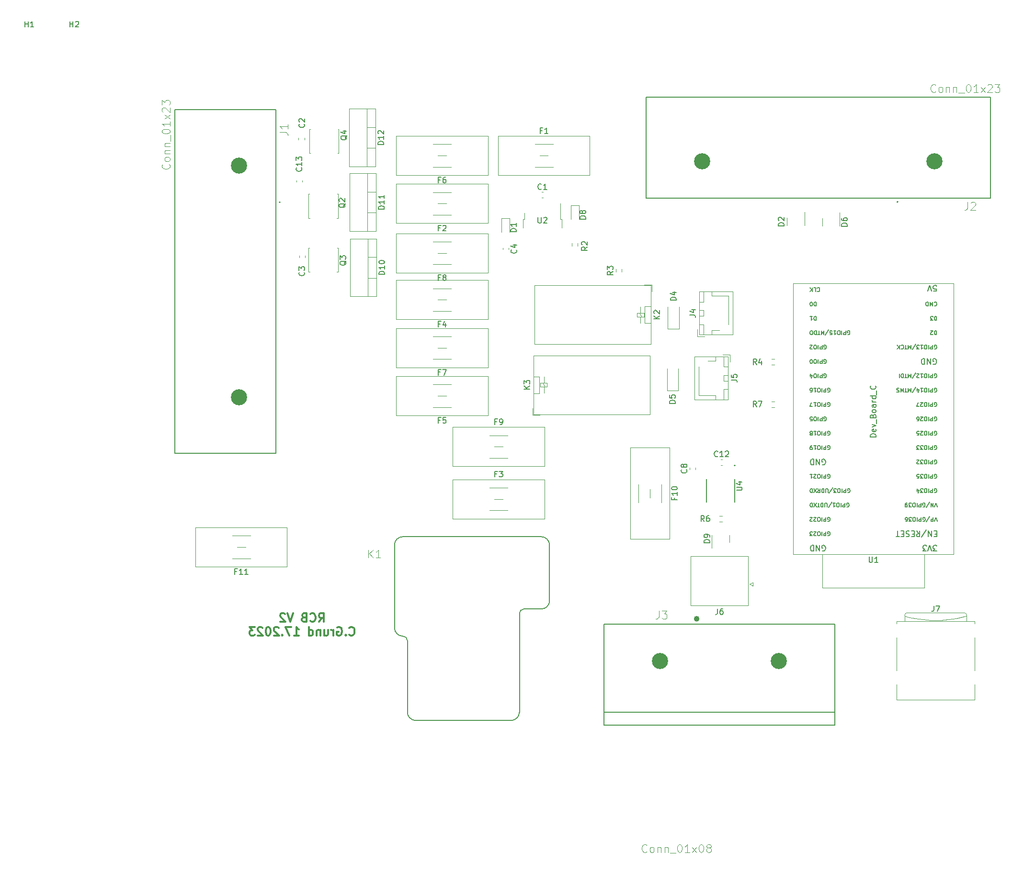
<source format=gbr>
%TF.GenerationSoftware,KiCad,Pcbnew,(6.0.1-0)*%
%TF.CreationDate,2023-01-17T12:42:10-05:00*%
%TF.ProjectId,rear-control-board,72656172-2d63-46f6-9e74-726f6c2d626f,rev?*%
%TF.SameCoordinates,Original*%
%TF.FileFunction,Legend,Top*%
%TF.FilePolarity,Positive*%
%FSLAX46Y46*%
G04 Gerber Fmt 4.6, Leading zero omitted, Abs format (unit mm)*
G04 Created by KiCad (PCBNEW (6.0.1-0)) date 2023-01-17 12:42:10*
%MOMM*%
%LPD*%
G01*
G04 APERTURE LIST*
%ADD10C,0.300000*%
%ADD11C,0.150000*%
%ADD12C,0.015000*%
%ADD13C,0.050000*%
%ADD14C,0.120000*%
%ADD15C,0.127000*%
%ADD16C,0.200000*%
%ADD17C,0.500000*%
%ADD18C,2.850000*%
G04 APERTURE END LIST*
D10*
X79214285Y-151471071D02*
X79714285Y-150756785D01*
X80071428Y-151471071D02*
X80071428Y-149971071D01*
X79500000Y-149971071D01*
X79357142Y-150042500D01*
X79285714Y-150113928D01*
X79214285Y-150256785D01*
X79214285Y-150471071D01*
X79285714Y-150613928D01*
X79357142Y-150685357D01*
X79500000Y-150756785D01*
X80071428Y-150756785D01*
X77714285Y-151328214D02*
X77785714Y-151399642D01*
X78000000Y-151471071D01*
X78142857Y-151471071D01*
X78357142Y-151399642D01*
X78500000Y-151256785D01*
X78571428Y-151113928D01*
X78642857Y-150828214D01*
X78642857Y-150613928D01*
X78571428Y-150328214D01*
X78500000Y-150185357D01*
X78357142Y-150042500D01*
X78142857Y-149971071D01*
X78000000Y-149971071D01*
X77785714Y-150042500D01*
X77714285Y-150113928D01*
X76571428Y-150685357D02*
X76357142Y-150756785D01*
X76285714Y-150828214D01*
X76214285Y-150971071D01*
X76214285Y-151185357D01*
X76285714Y-151328214D01*
X76357142Y-151399642D01*
X76500000Y-151471071D01*
X77071428Y-151471071D01*
X77071428Y-149971071D01*
X76571428Y-149971071D01*
X76428571Y-150042500D01*
X76357142Y-150113928D01*
X76285714Y-150256785D01*
X76285714Y-150399642D01*
X76357142Y-150542500D01*
X76428571Y-150613928D01*
X76571428Y-150685357D01*
X77071428Y-150685357D01*
X74642857Y-149971071D02*
X74142857Y-151471071D01*
X73642857Y-149971071D01*
X73214285Y-150113928D02*
X73142857Y-150042500D01*
X73000000Y-149971071D01*
X72642857Y-149971071D01*
X72500000Y-150042500D01*
X72428571Y-150113928D01*
X72357142Y-150256785D01*
X72357142Y-150399642D01*
X72428571Y-150613928D01*
X73285714Y-151471071D01*
X72357142Y-151471071D01*
X84607142Y-153743214D02*
X84678571Y-153814642D01*
X84892857Y-153886071D01*
X85035714Y-153886071D01*
X85250000Y-153814642D01*
X85392857Y-153671785D01*
X85464285Y-153528928D01*
X85535714Y-153243214D01*
X85535714Y-153028928D01*
X85464285Y-152743214D01*
X85392857Y-152600357D01*
X85250000Y-152457500D01*
X85035714Y-152386071D01*
X84892857Y-152386071D01*
X84678571Y-152457500D01*
X84607142Y-152528928D01*
X83964285Y-153743214D02*
X83892857Y-153814642D01*
X83964285Y-153886071D01*
X84035714Y-153814642D01*
X83964285Y-153743214D01*
X83964285Y-153886071D01*
X82464285Y-152457500D02*
X82607142Y-152386071D01*
X82821428Y-152386071D01*
X83035714Y-152457500D01*
X83178571Y-152600357D01*
X83250000Y-152743214D01*
X83321428Y-153028928D01*
X83321428Y-153243214D01*
X83250000Y-153528928D01*
X83178571Y-153671785D01*
X83035714Y-153814642D01*
X82821428Y-153886071D01*
X82678571Y-153886071D01*
X82464285Y-153814642D01*
X82392857Y-153743214D01*
X82392857Y-153243214D01*
X82678571Y-153243214D01*
X81750000Y-153886071D02*
X81750000Y-152886071D01*
X81750000Y-153171785D02*
X81678571Y-153028928D01*
X81607142Y-152957500D01*
X81464285Y-152886071D01*
X81321428Y-152886071D01*
X80178571Y-152886071D02*
X80178571Y-153886071D01*
X80821428Y-152886071D02*
X80821428Y-153671785D01*
X80750000Y-153814642D01*
X80607142Y-153886071D01*
X80392857Y-153886071D01*
X80250000Y-153814642D01*
X80178571Y-153743214D01*
X79464285Y-152886071D02*
X79464285Y-153886071D01*
X79464285Y-153028928D02*
X79392857Y-152957500D01*
X79250000Y-152886071D01*
X79035714Y-152886071D01*
X78892857Y-152957500D01*
X78821428Y-153100357D01*
X78821428Y-153886071D01*
X77464285Y-153886071D02*
X77464285Y-152386071D01*
X77464285Y-153814642D02*
X77607142Y-153886071D01*
X77892857Y-153886071D01*
X78035714Y-153814642D01*
X78107142Y-153743214D01*
X78178571Y-153600357D01*
X78178571Y-153171785D01*
X78107142Y-153028928D01*
X78035714Y-152957500D01*
X77892857Y-152886071D01*
X77607142Y-152886071D01*
X77464285Y-152957500D01*
X74821428Y-153886071D02*
X75678571Y-153886071D01*
X75250000Y-153886071D02*
X75250000Y-152386071D01*
X75392857Y-152600357D01*
X75535714Y-152743214D01*
X75678571Y-152814642D01*
X74321428Y-152386071D02*
X73321428Y-152386071D01*
X73964285Y-153886071D01*
X72750000Y-153743214D02*
X72678571Y-153814642D01*
X72750000Y-153886071D01*
X72821428Y-153814642D01*
X72750000Y-153743214D01*
X72750000Y-153886071D01*
X72107142Y-152528928D02*
X72035714Y-152457500D01*
X71892857Y-152386071D01*
X71535714Y-152386071D01*
X71392857Y-152457500D01*
X71321428Y-152528928D01*
X71250000Y-152671785D01*
X71250000Y-152814642D01*
X71321428Y-153028928D01*
X72178571Y-153886071D01*
X71250000Y-153886071D01*
X70321428Y-152386071D02*
X70178571Y-152386071D01*
X70035714Y-152457500D01*
X69964285Y-152528928D01*
X69892857Y-152671785D01*
X69821428Y-152957500D01*
X69821428Y-153314642D01*
X69892857Y-153600357D01*
X69964285Y-153743214D01*
X70035714Y-153814642D01*
X70178571Y-153886071D01*
X70321428Y-153886071D01*
X70464285Y-153814642D01*
X70535714Y-153743214D01*
X70607142Y-153600357D01*
X70678571Y-153314642D01*
X70678571Y-152957500D01*
X70607142Y-152671785D01*
X70535714Y-152528928D01*
X70464285Y-152457500D01*
X70321428Y-152386071D01*
X69250000Y-152528928D02*
X69178571Y-152457500D01*
X69035714Y-152386071D01*
X68678571Y-152386071D01*
X68535714Y-152457500D01*
X68464285Y-152528928D01*
X68392857Y-152671785D01*
X68392857Y-152814642D01*
X68464285Y-153028928D01*
X69321428Y-153886071D01*
X68392857Y-153886071D01*
X67892857Y-152386071D02*
X66964285Y-152386071D01*
X67464285Y-152957500D01*
X67250000Y-152957500D01*
X67107142Y-153028928D01*
X67035714Y-153100357D01*
X66964285Y-153243214D01*
X66964285Y-153600357D01*
X67035714Y-153743214D01*
X67107142Y-153814642D01*
X67250000Y-153886071D01*
X67678571Y-153886071D01*
X67821428Y-153814642D01*
X67892857Y-153743214D01*
D11*
%TO.C,U2*%
X117963095Y-79927380D02*
X117963095Y-80736904D01*
X118010714Y-80832142D01*
X118058333Y-80879761D01*
X118153571Y-80927380D01*
X118344047Y-80927380D01*
X118439285Y-80879761D01*
X118486904Y-80832142D01*
X118534523Y-80736904D01*
X118534523Y-79927380D01*
X118963095Y-80022619D02*
X119010714Y-79975000D01*
X119105952Y-79927380D01*
X119344047Y-79927380D01*
X119439285Y-79975000D01*
X119486904Y-80022619D01*
X119534523Y-80117857D01*
X119534523Y-80213095D01*
X119486904Y-80355952D01*
X118915476Y-80927380D01*
X119534523Y-80927380D01*
%TO.C,H2*%
X35188095Y-46252380D02*
X35188095Y-45252380D01*
X35188095Y-45728571D02*
X35759523Y-45728571D01*
X35759523Y-46252380D02*
X35759523Y-45252380D01*
X36188095Y-45347619D02*
X36235714Y-45300000D01*
X36330952Y-45252380D01*
X36569047Y-45252380D01*
X36664285Y-45300000D01*
X36711904Y-45347619D01*
X36759523Y-45442857D01*
X36759523Y-45538095D01*
X36711904Y-45680952D01*
X36140476Y-46252380D01*
X36759523Y-46252380D01*
%TO.C,D5*%
X142202380Y-112839210D02*
X141202380Y-112839210D01*
X141202380Y-112601115D01*
X141250000Y-112458257D01*
X141345238Y-112363019D01*
X141440476Y-112315400D01*
X141630952Y-112267781D01*
X141773809Y-112267781D01*
X141964285Y-112315400D01*
X142059523Y-112363019D01*
X142154761Y-112458257D01*
X142202380Y-112601115D01*
X142202380Y-112839210D01*
X141202380Y-111363019D02*
X141202380Y-111839210D01*
X141678571Y-111886829D01*
X141630952Y-111839210D01*
X141583333Y-111743972D01*
X141583333Y-111505876D01*
X141630952Y-111410638D01*
X141678571Y-111363019D01*
X141773809Y-111315400D01*
X142011904Y-111315400D01*
X142107142Y-111363019D01*
X142154761Y-111410638D01*
X142202380Y-111505876D01*
X142202380Y-111743972D01*
X142154761Y-111839210D01*
X142107142Y-111886829D01*
%TO.C,C2*%
X76607142Y-63416666D02*
X76654761Y-63464285D01*
X76702380Y-63607142D01*
X76702380Y-63702380D01*
X76654761Y-63845238D01*
X76559523Y-63940476D01*
X76464285Y-63988095D01*
X76273809Y-64035714D01*
X76130952Y-64035714D01*
X75940476Y-63988095D01*
X75845238Y-63940476D01*
X75750000Y-63845238D01*
X75702380Y-63702380D01*
X75702380Y-63607142D01*
X75750000Y-63464285D01*
X75797619Y-63416666D01*
X75797619Y-63035714D02*
X75750000Y-62988095D01*
X75702380Y-62892857D01*
X75702380Y-62654761D01*
X75750000Y-62559523D01*
X75797619Y-62511904D01*
X75892857Y-62464285D01*
X75988095Y-62464285D01*
X76130952Y-62511904D01*
X76702380Y-63083333D01*
X76702380Y-62464285D01*
%TO.C,F1*%
X118666666Y-64558571D02*
X118333333Y-64558571D01*
X118333333Y-65082380D02*
X118333333Y-64082380D01*
X118809523Y-64082380D01*
X119714285Y-65082380D02*
X119142857Y-65082380D01*
X119428571Y-65082380D02*
X119428571Y-64082380D01*
X119333333Y-64225238D01*
X119238095Y-64320476D01*
X119142857Y-64368095D01*
%TO.C,J7*%
X187916666Y-148634880D02*
X187916666Y-149349166D01*
X187869047Y-149492023D01*
X187773809Y-149587261D01*
X187630952Y-149634880D01*
X187535714Y-149634880D01*
X188297619Y-148634880D02*
X188964285Y-148634880D01*
X188535714Y-149634880D01*
%TO.C,F9*%
X110666666Y-116058571D02*
X110333333Y-116058571D01*
X110333333Y-116582380D02*
X110333333Y-115582380D01*
X110809523Y-115582380D01*
X111238095Y-116582380D02*
X111428571Y-116582380D01*
X111523809Y-116534761D01*
X111571428Y-116487142D01*
X111666666Y-116344285D01*
X111714285Y-116153809D01*
X111714285Y-115772857D01*
X111666666Y-115677619D01*
X111619047Y-115630000D01*
X111523809Y-115582380D01*
X111333333Y-115582380D01*
X111238095Y-115630000D01*
X111190476Y-115677619D01*
X111142857Y-115772857D01*
X111142857Y-116010952D01*
X111190476Y-116106190D01*
X111238095Y-116153809D01*
X111333333Y-116201428D01*
X111523809Y-116201428D01*
X111619047Y-116153809D01*
X111666666Y-116106190D01*
X111714285Y-116010952D01*
%TO.C,C12*%
X149744642Y-122177142D02*
X149697023Y-122224761D01*
X149554166Y-122272380D01*
X149458928Y-122272380D01*
X149316071Y-122224761D01*
X149220833Y-122129523D01*
X149173214Y-122034285D01*
X149125595Y-121843809D01*
X149125595Y-121700952D01*
X149173214Y-121510476D01*
X149220833Y-121415238D01*
X149316071Y-121320000D01*
X149458928Y-121272380D01*
X149554166Y-121272380D01*
X149697023Y-121320000D01*
X149744642Y-121367619D01*
X150697023Y-122272380D02*
X150125595Y-122272380D01*
X150411309Y-122272380D02*
X150411309Y-121272380D01*
X150316071Y-121415238D01*
X150220833Y-121510476D01*
X150125595Y-121558095D01*
X151077976Y-121367619D02*
X151125595Y-121320000D01*
X151220833Y-121272380D01*
X151458928Y-121272380D01*
X151554166Y-121320000D01*
X151601785Y-121367619D01*
X151649404Y-121462857D01*
X151649404Y-121558095D01*
X151601785Y-121700952D01*
X151030357Y-122272380D01*
X151649404Y-122272380D01*
%TO.C,U4*%
X153034380Y-128216904D02*
X153843904Y-128216904D01*
X153939142Y-128169285D01*
X153986761Y-128121666D01*
X154034380Y-128026428D01*
X154034380Y-127835952D01*
X153986761Y-127740714D01*
X153939142Y-127693095D01*
X153843904Y-127645476D01*
X153034380Y-127645476D01*
X153367714Y-126740714D02*
X154034380Y-126740714D01*
X152986761Y-126978809D02*
X153701047Y-127216904D01*
X153701047Y-126597857D01*
%TO.C,K2*%
X139452380Y-97899210D02*
X138452380Y-97899210D01*
X139452380Y-97327781D02*
X138880952Y-97756353D01*
X138452380Y-97327781D02*
X139023809Y-97899210D01*
X138547619Y-96946829D02*
X138500000Y-96899210D01*
X138452380Y-96803972D01*
X138452380Y-96565876D01*
X138500000Y-96470638D01*
X138547619Y-96423019D01*
X138642857Y-96375400D01*
X138738095Y-96375400D01*
X138880952Y-96423019D01*
X139452380Y-96994448D01*
X139452380Y-96375400D01*
%TO.C,J4*%
X144794880Y-97196948D02*
X145509166Y-97196948D01*
X145652023Y-97244567D01*
X145747261Y-97339805D01*
X145794880Y-97482662D01*
X145794880Y-97577900D01*
X145128214Y-96292186D02*
X145794880Y-96292186D01*
X144747261Y-96530281D02*
X145461547Y-96768376D01*
X145461547Y-96149329D01*
%TO.C,D11*%
X90777380Y-78464285D02*
X89777380Y-78464285D01*
X89777380Y-78226190D01*
X89825000Y-78083333D01*
X89920238Y-77988095D01*
X90015476Y-77940476D01*
X90205952Y-77892857D01*
X90348809Y-77892857D01*
X90539285Y-77940476D01*
X90634523Y-77988095D01*
X90729761Y-78083333D01*
X90777380Y-78226190D01*
X90777380Y-78464285D01*
X90777380Y-76940476D02*
X90777380Y-77511904D01*
X90777380Y-77226190D02*
X89777380Y-77226190D01*
X89920238Y-77321428D01*
X90015476Y-77416666D01*
X90063095Y-77511904D01*
X90777380Y-75988095D02*
X90777380Y-76559523D01*
X90777380Y-76273809D02*
X89777380Y-76273809D01*
X89920238Y-76369047D01*
X90015476Y-76464285D01*
X90063095Y-76559523D01*
%TO.C,H1*%
X27238095Y-46252380D02*
X27238095Y-45252380D01*
X27238095Y-45728571D02*
X27809523Y-45728571D01*
X27809523Y-46252380D02*
X27809523Y-45252380D01*
X28809523Y-46252380D02*
X28238095Y-46252380D01*
X28523809Y-46252380D02*
X28523809Y-45252380D01*
X28428571Y-45395238D01*
X28333333Y-45490476D01*
X28238095Y-45538095D01*
%TO.C,U1*%
X176488095Y-139955820D02*
X176488095Y-140765344D01*
X176535714Y-140860582D01*
X176583333Y-140908201D01*
X176678571Y-140955820D01*
X176869047Y-140955820D01*
X176964285Y-140908201D01*
X177011904Y-140860582D01*
X177059523Y-140765344D01*
X177059523Y-139955820D01*
X178059523Y-140955820D02*
X177488095Y-140955820D01*
X177773809Y-140955820D02*
X177773809Y-139955820D01*
X177678571Y-140098678D01*
X177583333Y-140193916D01*
X177488095Y-140241535D01*
X177702380Y-118773440D02*
X176702380Y-118773440D01*
X176702380Y-118535344D01*
X176750000Y-118392487D01*
X176845238Y-118297249D01*
X176940476Y-118249630D01*
X177130952Y-118202011D01*
X177273809Y-118202011D01*
X177464285Y-118249630D01*
X177559523Y-118297249D01*
X177654761Y-118392487D01*
X177702380Y-118535344D01*
X177702380Y-118773440D01*
X177654761Y-117392487D02*
X177702380Y-117487725D01*
X177702380Y-117678201D01*
X177654761Y-117773440D01*
X177559523Y-117821059D01*
X177178571Y-117821059D01*
X177083333Y-117773440D01*
X177035714Y-117678201D01*
X177035714Y-117487725D01*
X177083333Y-117392487D01*
X177178571Y-117344868D01*
X177273809Y-117344868D01*
X177369047Y-117821059D01*
X177035714Y-117011535D02*
X177702380Y-116773440D01*
X177035714Y-116535344D01*
X177797619Y-116392487D02*
X177797619Y-115630582D01*
X177178571Y-115059154D02*
X177226190Y-114916297D01*
X177273809Y-114868678D01*
X177369047Y-114821059D01*
X177511904Y-114821059D01*
X177607142Y-114868678D01*
X177654761Y-114916297D01*
X177702380Y-115011535D01*
X177702380Y-115392487D01*
X176702380Y-115392487D01*
X176702380Y-115059154D01*
X176750000Y-114963916D01*
X176797619Y-114916297D01*
X176892857Y-114868678D01*
X176988095Y-114868678D01*
X177083333Y-114916297D01*
X177130952Y-114963916D01*
X177178571Y-115059154D01*
X177178571Y-115392487D01*
X177702380Y-114249630D02*
X177654761Y-114344868D01*
X177607142Y-114392487D01*
X177511904Y-114440106D01*
X177226190Y-114440106D01*
X177130952Y-114392487D01*
X177083333Y-114344868D01*
X177035714Y-114249630D01*
X177035714Y-114106773D01*
X177083333Y-114011535D01*
X177130952Y-113963916D01*
X177226190Y-113916297D01*
X177511904Y-113916297D01*
X177607142Y-113963916D01*
X177654761Y-114011535D01*
X177702380Y-114106773D01*
X177702380Y-114249630D01*
X177702380Y-113059154D02*
X177178571Y-113059154D01*
X177083333Y-113106773D01*
X177035714Y-113202011D01*
X177035714Y-113392487D01*
X177083333Y-113487725D01*
X177654761Y-113059154D02*
X177702380Y-113154392D01*
X177702380Y-113392487D01*
X177654761Y-113487725D01*
X177559523Y-113535344D01*
X177464285Y-113535344D01*
X177369047Y-113487725D01*
X177321428Y-113392487D01*
X177321428Y-113154392D01*
X177273809Y-113059154D01*
X177702380Y-112582963D02*
X177035714Y-112582963D01*
X177226190Y-112582963D02*
X177130952Y-112535344D01*
X177083333Y-112487725D01*
X177035714Y-112392487D01*
X177035714Y-112297249D01*
X177702380Y-111535344D02*
X176702380Y-111535344D01*
X177654761Y-111535344D02*
X177702380Y-111630582D01*
X177702380Y-111821059D01*
X177654761Y-111916297D01*
X177607142Y-111963916D01*
X177511904Y-112011535D01*
X177226190Y-112011535D01*
X177130952Y-111963916D01*
X177083333Y-111916297D01*
X177035714Y-111821059D01*
X177035714Y-111630582D01*
X177083333Y-111535344D01*
X177797619Y-111297249D02*
X177797619Y-110535344D01*
X177607142Y-109725820D02*
X177654761Y-109773440D01*
X177702380Y-109916297D01*
X177702380Y-110011535D01*
X177654761Y-110154392D01*
X177559523Y-110249630D01*
X177464285Y-110297249D01*
X177273809Y-110344868D01*
X177130952Y-110344868D01*
X176940476Y-110297249D01*
X176845238Y-110249630D01*
X176750000Y-110154392D01*
X176702380Y-110011535D01*
X176702380Y-109916297D01*
X176750000Y-109773440D01*
X176797619Y-109725820D01*
X168517500Y-105733440D02*
X168584166Y-105766773D01*
X168684166Y-105766773D01*
X168784166Y-105733440D01*
X168850833Y-105666773D01*
X168884166Y-105600106D01*
X168917500Y-105466773D01*
X168917500Y-105366773D01*
X168884166Y-105233440D01*
X168850833Y-105166773D01*
X168784166Y-105100106D01*
X168684166Y-105066773D01*
X168617500Y-105066773D01*
X168517500Y-105100106D01*
X168484166Y-105133440D01*
X168484166Y-105366773D01*
X168617500Y-105366773D01*
X168184166Y-105066773D02*
X168184166Y-105766773D01*
X167917500Y-105766773D01*
X167850833Y-105733440D01*
X167817500Y-105700106D01*
X167784166Y-105633440D01*
X167784166Y-105533440D01*
X167817500Y-105466773D01*
X167850833Y-105433440D01*
X167917500Y-105400106D01*
X168184166Y-105400106D01*
X167484166Y-105066773D02*
X167484166Y-105766773D01*
X167017500Y-105766773D02*
X166884166Y-105766773D01*
X166817500Y-105733440D01*
X166750833Y-105666773D01*
X166717500Y-105533440D01*
X166717500Y-105300106D01*
X166750833Y-105166773D01*
X166817500Y-105100106D01*
X166884166Y-105066773D01*
X167017500Y-105066773D01*
X167084166Y-105100106D01*
X167150833Y-105166773D01*
X167184166Y-105300106D01*
X167184166Y-105533440D01*
X167150833Y-105666773D01*
X167084166Y-105733440D01*
X167017500Y-105766773D01*
X166284166Y-105766773D02*
X166217500Y-105766773D01*
X166150833Y-105733440D01*
X166117500Y-105700106D01*
X166084166Y-105633440D01*
X166050833Y-105500106D01*
X166050833Y-105333440D01*
X166084166Y-105200106D01*
X166117500Y-105133440D01*
X166150833Y-105100106D01*
X166217500Y-105066773D01*
X166284166Y-105066773D01*
X166350833Y-105100106D01*
X166384166Y-105133440D01*
X166417500Y-105200106D01*
X166450833Y-105333440D01*
X166450833Y-105500106D01*
X166417500Y-105633440D01*
X166384166Y-105700106D01*
X166350833Y-105733440D01*
X166284166Y-105766773D01*
X172717500Y-128593440D02*
X172784166Y-128626773D01*
X172884166Y-128626773D01*
X172984166Y-128593440D01*
X173050833Y-128526773D01*
X173084166Y-128460106D01*
X173117500Y-128326773D01*
X173117500Y-128226773D01*
X173084166Y-128093440D01*
X173050833Y-128026773D01*
X172984166Y-127960106D01*
X172884166Y-127926773D01*
X172817500Y-127926773D01*
X172717500Y-127960106D01*
X172684166Y-127993440D01*
X172684166Y-128226773D01*
X172817500Y-128226773D01*
X172384166Y-127926773D02*
X172384166Y-128626773D01*
X172117500Y-128626773D01*
X172050833Y-128593440D01*
X172017500Y-128560106D01*
X171984166Y-128493440D01*
X171984166Y-128393440D01*
X172017500Y-128326773D01*
X172050833Y-128293440D01*
X172117500Y-128260106D01*
X172384166Y-128260106D01*
X171684166Y-127926773D02*
X171684166Y-128626773D01*
X171217500Y-128626773D02*
X171084166Y-128626773D01*
X171017500Y-128593440D01*
X170950833Y-128526773D01*
X170917500Y-128393440D01*
X170917500Y-128160106D01*
X170950833Y-128026773D01*
X171017500Y-127960106D01*
X171084166Y-127926773D01*
X171217500Y-127926773D01*
X171284166Y-127960106D01*
X171350833Y-128026773D01*
X171384166Y-128160106D01*
X171384166Y-128393440D01*
X171350833Y-128526773D01*
X171284166Y-128593440D01*
X171217500Y-128626773D01*
X170684166Y-128626773D02*
X170250833Y-128626773D01*
X170484166Y-128360106D01*
X170384166Y-128360106D01*
X170317500Y-128326773D01*
X170284166Y-128293440D01*
X170250833Y-128226773D01*
X170250833Y-128060106D01*
X170284166Y-127993440D01*
X170317500Y-127960106D01*
X170384166Y-127926773D01*
X170584166Y-127926773D01*
X170650833Y-127960106D01*
X170684166Y-127993440D01*
X169450833Y-128660106D02*
X170050833Y-127760106D01*
X169217500Y-128626773D02*
X169217500Y-128060106D01*
X169184166Y-127993440D01*
X169150833Y-127960106D01*
X169084166Y-127926773D01*
X168950833Y-127926773D01*
X168884166Y-127960106D01*
X168850833Y-127993440D01*
X168817500Y-128060106D01*
X168817500Y-128626773D01*
X168350833Y-128626773D02*
X168284166Y-128626773D01*
X168217500Y-128593440D01*
X168184166Y-128560106D01*
X168150833Y-128493440D01*
X168117500Y-128360106D01*
X168117500Y-128193440D01*
X168150833Y-128060106D01*
X168184166Y-127993440D01*
X168217500Y-127960106D01*
X168284166Y-127926773D01*
X168350833Y-127926773D01*
X168417500Y-127960106D01*
X168450833Y-127993440D01*
X168484166Y-128060106D01*
X168517500Y-128193440D01*
X168517500Y-128360106D01*
X168484166Y-128493440D01*
X168450833Y-128560106D01*
X168417500Y-128593440D01*
X168350833Y-128626773D01*
X167417500Y-127926773D02*
X167650833Y-128260106D01*
X167817500Y-127926773D02*
X167817500Y-128626773D01*
X167550833Y-128626773D01*
X167484166Y-128593440D01*
X167450833Y-128560106D01*
X167417500Y-128493440D01*
X167417500Y-128393440D01*
X167450833Y-128326773D01*
X167484166Y-128293440D01*
X167550833Y-128260106D01*
X167817500Y-128260106D01*
X167184166Y-128626773D02*
X166717500Y-127926773D01*
X166717500Y-128626773D02*
X167184166Y-127926773D01*
X166450833Y-127926773D02*
X166450833Y-128626773D01*
X166284166Y-128626773D01*
X166184166Y-128593440D01*
X166117500Y-128526773D01*
X166084166Y-128460106D01*
X166050833Y-128326773D01*
X166050833Y-128226773D01*
X166084166Y-128093440D01*
X166117500Y-128026773D01*
X166184166Y-127960106D01*
X166284166Y-127926773D01*
X166450833Y-127926773D01*
X169184166Y-110813440D02*
X169250833Y-110846773D01*
X169350833Y-110846773D01*
X169450833Y-110813440D01*
X169517500Y-110746773D01*
X169550833Y-110680106D01*
X169584166Y-110546773D01*
X169584166Y-110446773D01*
X169550833Y-110313440D01*
X169517500Y-110246773D01*
X169450833Y-110180106D01*
X169350833Y-110146773D01*
X169284166Y-110146773D01*
X169184166Y-110180106D01*
X169150833Y-110213440D01*
X169150833Y-110446773D01*
X169284166Y-110446773D01*
X168850833Y-110146773D02*
X168850833Y-110846773D01*
X168584166Y-110846773D01*
X168517500Y-110813440D01*
X168484166Y-110780106D01*
X168450833Y-110713440D01*
X168450833Y-110613440D01*
X168484166Y-110546773D01*
X168517500Y-110513440D01*
X168584166Y-110480106D01*
X168850833Y-110480106D01*
X168150833Y-110146773D02*
X168150833Y-110846773D01*
X167684166Y-110846773D02*
X167550833Y-110846773D01*
X167484166Y-110813440D01*
X167417500Y-110746773D01*
X167384166Y-110613440D01*
X167384166Y-110380106D01*
X167417500Y-110246773D01*
X167484166Y-110180106D01*
X167550833Y-110146773D01*
X167684166Y-110146773D01*
X167750833Y-110180106D01*
X167817500Y-110246773D01*
X167850833Y-110380106D01*
X167850833Y-110613440D01*
X167817500Y-110746773D01*
X167750833Y-110813440D01*
X167684166Y-110846773D01*
X166717500Y-110146773D02*
X167117500Y-110146773D01*
X166917500Y-110146773D02*
X166917500Y-110846773D01*
X166984166Y-110746773D01*
X167050833Y-110680106D01*
X167117500Y-110646773D01*
X166117500Y-110846773D02*
X166250833Y-110846773D01*
X166317500Y-110813440D01*
X166350833Y-110780106D01*
X166417500Y-110680106D01*
X166450833Y-110546773D01*
X166450833Y-110280106D01*
X166417500Y-110213440D01*
X166384166Y-110180106D01*
X166317500Y-110146773D01*
X166184166Y-110146773D01*
X166117500Y-110180106D01*
X166084166Y-110213440D01*
X166050833Y-110280106D01*
X166050833Y-110446773D01*
X166084166Y-110513440D01*
X166117500Y-110546773D01*
X166184166Y-110580106D01*
X166317500Y-110580106D01*
X166384166Y-110546773D01*
X166417500Y-110513440D01*
X166450833Y-110446773D01*
X168203214Y-123663440D02*
X168298452Y-123711059D01*
X168441309Y-123711059D01*
X168584166Y-123663440D01*
X168679404Y-123568201D01*
X168727023Y-123472963D01*
X168774642Y-123282487D01*
X168774642Y-123139630D01*
X168727023Y-122949154D01*
X168679404Y-122853916D01*
X168584166Y-122758678D01*
X168441309Y-122711059D01*
X168346071Y-122711059D01*
X168203214Y-122758678D01*
X168155595Y-122806297D01*
X168155595Y-123139630D01*
X168346071Y-123139630D01*
X167727023Y-122711059D02*
X167727023Y-123711059D01*
X167155595Y-122711059D01*
X167155595Y-123711059D01*
X166679404Y-122711059D02*
X166679404Y-123711059D01*
X166441309Y-123711059D01*
X166298452Y-123663440D01*
X166203214Y-123568201D01*
X166155595Y-123472963D01*
X166107976Y-123282487D01*
X166107976Y-123139630D01*
X166155595Y-122949154D01*
X166203214Y-122853916D01*
X166298452Y-122758678D01*
X166441309Y-122711059D01*
X166679404Y-122711059D01*
X188049166Y-126053440D02*
X188115833Y-126086773D01*
X188215833Y-126086773D01*
X188315833Y-126053440D01*
X188382500Y-125986773D01*
X188415833Y-125920106D01*
X188449166Y-125786773D01*
X188449166Y-125686773D01*
X188415833Y-125553440D01*
X188382500Y-125486773D01*
X188315833Y-125420106D01*
X188215833Y-125386773D01*
X188149166Y-125386773D01*
X188049166Y-125420106D01*
X188015833Y-125453440D01*
X188015833Y-125686773D01*
X188149166Y-125686773D01*
X187715833Y-125386773D02*
X187715833Y-126086773D01*
X187449166Y-126086773D01*
X187382500Y-126053440D01*
X187349166Y-126020106D01*
X187315833Y-125953440D01*
X187315833Y-125853440D01*
X187349166Y-125786773D01*
X187382500Y-125753440D01*
X187449166Y-125720106D01*
X187715833Y-125720106D01*
X187015833Y-125386773D02*
X187015833Y-126086773D01*
X186549166Y-126086773D02*
X186415833Y-126086773D01*
X186349166Y-126053440D01*
X186282500Y-125986773D01*
X186249166Y-125853440D01*
X186249166Y-125620106D01*
X186282500Y-125486773D01*
X186349166Y-125420106D01*
X186415833Y-125386773D01*
X186549166Y-125386773D01*
X186615833Y-125420106D01*
X186682500Y-125486773D01*
X186715833Y-125620106D01*
X186715833Y-125853440D01*
X186682500Y-125986773D01*
X186615833Y-126053440D01*
X186549166Y-126086773D01*
X186015833Y-126086773D02*
X185582500Y-126086773D01*
X185815833Y-125820106D01*
X185715833Y-125820106D01*
X185649166Y-125786773D01*
X185615833Y-125753440D01*
X185582500Y-125686773D01*
X185582500Y-125520106D01*
X185615833Y-125453440D01*
X185649166Y-125420106D01*
X185715833Y-125386773D01*
X185915833Y-125386773D01*
X185982500Y-125420106D01*
X186015833Y-125453440D01*
X184949166Y-126086773D02*
X185282500Y-126086773D01*
X185315833Y-125753440D01*
X185282500Y-125786773D01*
X185215833Y-125820106D01*
X185049166Y-125820106D01*
X184982500Y-125786773D01*
X184949166Y-125753440D01*
X184915833Y-125686773D01*
X184915833Y-125520106D01*
X184949166Y-125453440D01*
X184982500Y-125420106D01*
X185049166Y-125386773D01*
X185215833Y-125386773D01*
X185282500Y-125420106D01*
X185315833Y-125453440D01*
X188049166Y-110813440D02*
X188115833Y-110846773D01*
X188215833Y-110846773D01*
X188315833Y-110813440D01*
X188382500Y-110746773D01*
X188415833Y-110680106D01*
X188449166Y-110546773D01*
X188449166Y-110446773D01*
X188415833Y-110313440D01*
X188382500Y-110246773D01*
X188315833Y-110180106D01*
X188215833Y-110146773D01*
X188149166Y-110146773D01*
X188049166Y-110180106D01*
X188015833Y-110213440D01*
X188015833Y-110446773D01*
X188149166Y-110446773D01*
X187715833Y-110146773D02*
X187715833Y-110846773D01*
X187449166Y-110846773D01*
X187382500Y-110813440D01*
X187349166Y-110780106D01*
X187315833Y-110713440D01*
X187315833Y-110613440D01*
X187349166Y-110546773D01*
X187382500Y-110513440D01*
X187449166Y-110480106D01*
X187715833Y-110480106D01*
X187015833Y-110146773D02*
X187015833Y-110846773D01*
X186549166Y-110846773D02*
X186415833Y-110846773D01*
X186349166Y-110813440D01*
X186282500Y-110746773D01*
X186249166Y-110613440D01*
X186249166Y-110380106D01*
X186282500Y-110246773D01*
X186349166Y-110180106D01*
X186415833Y-110146773D01*
X186549166Y-110146773D01*
X186615833Y-110180106D01*
X186682500Y-110246773D01*
X186715833Y-110380106D01*
X186715833Y-110613440D01*
X186682500Y-110746773D01*
X186615833Y-110813440D01*
X186549166Y-110846773D01*
X185582500Y-110146773D02*
X185982500Y-110146773D01*
X185782500Y-110146773D02*
X185782500Y-110846773D01*
X185849166Y-110746773D01*
X185915833Y-110680106D01*
X185982500Y-110646773D01*
X184982500Y-110613440D02*
X184982500Y-110146773D01*
X185149166Y-110880106D02*
X185315833Y-110380106D01*
X184882500Y-110380106D01*
X184115833Y-110880106D02*
X184715833Y-109980106D01*
X183882500Y-110146773D02*
X183882500Y-110846773D01*
X183649166Y-110346773D01*
X183415833Y-110846773D01*
X183415833Y-110146773D01*
X183182500Y-110846773D02*
X182782500Y-110846773D01*
X182982500Y-110146773D02*
X182982500Y-110846773D01*
X182549166Y-110146773D02*
X182549166Y-110846773D01*
X182315833Y-110346773D01*
X182082500Y-110846773D01*
X182082500Y-110146773D01*
X181782500Y-110180106D02*
X181682500Y-110146773D01*
X181515833Y-110146773D01*
X181449166Y-110180106D01*
X181415833Y-110213440D01*
X181382500Y-110280106D01*
X181382500Y-110346773D01*
X181415833Y-110413440D01*
X181449166Y-110446773D01*
X181515833Y-110480106D01*
X181649166Y-110513440D01*
X181715833Y-110546773D01*
X181749166Y-110580106D01*
X181782500Y-110646773D01*
X181782500Y-110713440D01*
X181749166Y-110780106D01*
X181715833Y-110813440D01*
X181649166Y-110846773D01*
X181482500Y-110846773D01*
X181382500Y-110813440D01*
X169184166Y-133673440D02*
X169250833Y-133706773D01*
X169350833Y-133706773D01*
X169450833Y-133673440D01*
X169517500Y-133606773D01*
X169550833Y-133540106D01*
X169584166Y-133406773D01*
X169584166Y-133306773D01*
X169550833Y-133173440D01*
X169517500Y-133106773D01*
X169450833Y-133040106D01*
X169350833Y-133006773D01*
X169284166Y-133006773D01*
X169184166Y-133040106D01*
X169150833Y-133073440D01*
X169150833Y-133306773D01*
X169284166Y-133306773D01*
X168850833Y-133006773D02*
X168850833Y-133706773D01*
X168584166Y-133706773D01*
X168517500Y-133673440D01*
X168484166Y-133640106D01*
X168450833Y-133573440D01*
X168450833Y-133473440D01*
X168484166Y-133406773D01*
X168517500Y-133373440D01*
X168584166Y-133340106D01*
X168850833Y-133340106D01*
X168150833Y-133006773D02*
X168150833Y-133706773D01*
X167684166Y-133706773D02*
X167550833Y-133706773D01*
X167484166Y-133673440D01*
X167417500Y-133606773D01*
X167384166Y-133473440D01*
X167384166Y-133240106D01*
X167417500Y-133106773D01*
X167484166Y-133040106D01*
X167550833Y-133006773D01*
X167684166Y-133006773D01*
X167750833Y-133040106D01*
X167817500Y-133106773D01*
X167850833Y-133240106D01*
X167850833Y-133473440D01*
X167817500Y-133606773D01*
X167750833Y-133673440D01*
X167684166Y-133706773D01*
X167117500Y-133640106D02*
X167084166Y-133673440D01*
X167017500Y-133706773D01*
X166850833Y-133706773D01*
X166784166Y-133673440D01*
X166750833Y-133640106D01*
X166717500Y-133573440D01*
X166717500Y-133506773D01*
X166750833Y-133406773D01*
X167150833Y-133006773D01*
X166717500Y-133006773D01*
X166450833Y-133640106D02*
X166417500Y-133673440D01*
X166350833Y-133706773D01*
X166184166Y-133706773D01*
X166117500Y-133673440D01*
X166084166Y-133640106D01*
X166050833Y-133573440D01*
X166050833Y-133506773D01*
X166084166Y-133406773D01*
X166484166Y-133006773D01*
X166050833Y-133006773D01*
X188049166Y-108273440D02*
X188115833Y-108306773D01*
X188215833Y-108306773D01*
X188315833Y-108273440D01*
X188382500Y-108206773D01*
X188415833Y-108140106D01*
X188449166Y-108006773D01*
X188449166Y-107906773D01*
X188415833Y-107773440D01*
X188382500Y-107706773D01*
X188315833Y-107640106D01*
X188215833Y-107606773D01*
X188149166Y-107606773D01*
X188049166Y-107640106D01*
X188015833Y-107673440D01*
X188015833Y-107906773D01*
X188149166Y-107906773D01*
X187715833Y-107606773D02*
X187715833Y-108306773D01*
X187449166Y-108306773D01*
X187382500Y-108273440D01*
X187349166Y-108240106D01*
X187315833Y-108173440D01*
X187315833Y-108073440D01*
X187349166Y-108006773D01*
X187382500Y-107973440D01*
X187449166Y-107940106D01*
X187715833Y-107940106D01*
X187015833Y-107606773D02*
X187015833Y-108306773D01*
X186549166Y-108306773D02*
X186415833Y-108306773D01*
X186349166Y-108273440D01*
X186282500Y-108206773D01*
X186249166Y-108073440D01*
X186249166Y-107840106D01*
X186282500Y-107706773D01*
X186349166Y-107640106D01*
X186415833Y-107606773D01*
X186549166Y-107606773D01*
X186615833Y-107640106D01*
X186682500Y-107706773D01*
X186715833Y-107840106D01*
X186715833Y-108073440D01*
X186682500Y-108206773D01*
X186615833Y-108273440D01*
X186549166Y-108306773D01*
X185582500Y-107606773D02*
X185982500Y-107606773D01*
X185782500Y-107606773D02*
X185782500Y-108306773D01*
X185849166Y-108206773D01*
X185915833Y-108140106D01*
X185982500Y-108106773D01*
X185315833Y-108240106D02*
X185282500Y-108273440D01*
X185215833Y-108306773D01*
X185049166Y-108306773D01*
X184982500Y-108273440D01*
X184949166Y-108240106D01*
X184915833Y-108173440D01*
X184915833Y-108106773D01*
X184949166Y-108006773D01*
X185349166Y-107606773D01*
X184915833Y-107606773D01*
X184115833Y-108340106D02*
X184715833Y-107440106D01*
X183882500Y-107606773D02*
X183882500Y-108306773D01*
X183649166Y-107806773D01*
X183415833Y-108306773D01*
X183415833Y-107606773D01*
X183182500Y-108306773D02*
X182782500Y-108306773D01*
X182982500Y-107606773D02*
X182982500Y-108306773D01*
X182549166Y-107606773D02*
X182549166Y-108306773D01*
X182382500Y-108306773D01*
X182282500Y-108273440D01*
X182215833Y-108206773D01*
X182182500Y-108140106D01*
X182149166Y-108006773D01*
X182149166Y-107906773D01*
X182182500Y-107773440D01*
X182215833Y-107706773D01*
X182282500Y-107640106D01*
X182382500Y-107606773D01*
X182549166Y-107606773D01*
X181849166Y-107606773D02*
X181849166Y-108306773D01*
X168517500Y-115893440D02*
X168584166Y-115926773D01*
X168684166Y-115926773D01*
X168784166Y-115893440D01*
X168850833Y-115826773D01*
X168884166Y-115760106D01*
X168917500Y-115626773D01*
X168917500Y-115526773D01*
X168884166Y-115393440D01*
X168850833Y-115326773D01*
X168784166Y-115260106D01*
X168684166Y-115226773D01*
X168617500Y-115226773D01*
X168517500Y-115260106D01*
X168484166Y-115293440D01*
X168484166Y-115526773D01*
X168617500Y-115526773D01*
X168184166Y-115226773D02*
X168184166Y-115926773D01*
X167917500Y-115926773D01*
X167850833Y-115893440D01*
X167817500Y-115860106D01*
X167784166Y-115793440D01*
X167784166Y-115693440D01*
X167817500Y-115626773D01*
X167850833Y-115593440D01*
X167917500Y-115560106D01*
X168184166Y-115560106D01*
X167484166Y-115226773D02*
X167484166Y-115926773D01*
X167017500Y-115926773D02*
X166884166Y-115926773D01*
X166817500Y-115893440D01*
X166750833Y-115826773D01*
X166717500Y-115693440D01*
X166717500Y-115460106D01*
X166750833Y-115326773D01*
X166817500Y-115260106D01*
X166884166Y-115226773D01*
X167017500Y-115226773D01*
X167084166Y-115260106D01*
X167150833Y-115326773D01*
X167184166Y-115460106D01*
X167184166Y-115693440D01*
X167150833Y-115826773D01*
X167084166Y-115893440D01*
X167017500Y-115926773D01*
X166084166Y-115926773D02*
X166417500Y-115926773D01*
X166450833Y-115593440D01*
X166417500Y-115626773D01*
X166350833Y-115660106D01*
X166184166Y-115660106D01*
X166117500Y-115626773D01*
X166084166Y-115593440D01*
X166050833Y-115526773D01*
X166050833Y-115360106D01*
X166084166Y-115293440D01*
X166117500Y-115260106D01*
X166184166Y-115226773D01*
X166350833Y-115226773D01*
X166417500Y-115260106D01*
X166450833Y-115293440D01*
X188446894Y-135937588D02*
X188113560Y-135937588D01*
X187970703Y-135413779D02*
X188446894Y-135413779D01*
X188446894Y-136413779D01*
X187970703Y-136413779D01*
X187542132Y-135413779D02*
X187542132Y-136413779D01*
X186970703Y-135413779D01*
X186970703Y-136413779D01*
X185780227Y-136461398D02*
X186637370Y-135175683D01*
X184875465Y-135413779D02*
X185208799Y-135889969D01*
X185446894Y-135413779D02*
X185446894Y-136413779D01*
X185065941Y-136413779D01*
X184970703Y-136366160D01*
X184923084Y-136318540D01*
X184875465Y-136223302D01*
X184875465Y-136080445D01*
X184923084Y-135985207D01*
X184970703Y-135937588D01*
X185065941Y-135889969D01*
X185446894Y-135889969D01*
X184446894Y-135937588D02*
X184113560Y-135937588D01*
X183970703Y-135413779D02*
X184446894Y-135413779D01*
X184446894Y-136413779D01*
X183970703Y-136413779D01*
X183589751Y-135461398D02*
X183446894Y-135413779D01*
X183208799Y-135413779D01*
X183113560Y-135461398D01*
X183065941Y-135509017D01*
X183018322Y-135604255D01*
X183018322Y-135699493D01*
X183065941Y-135794731D01*
X183113560Y-135842350D01*
X183208799Y-135889969D01*
X183399275Y-135937588D01*
X183494513Y-135985207D01*
X183542132Y-136032826D01*
X183589751Y-136128064D01*
X183589751Y-136223302D01*
X183542132Y-136318540D01*
X183494513Y-136366160D01*
X183399275Y-136413779D01*
X183161180Y-136413779D01*
X183018322Y-136366160D01*
X182589751Y-135937588D02*
X182256418Y-135937588D01*
X182113560Y-135413779D02*
X182589751Y-135413779D01*
X182589751Y-136413779D01*
X182113560Y-136413779D01*
X181827846Y-136413779D02*
X181256418Y-136413779D01*
X181542132Y-135413779D02*
X181542132Y-136413779D01*
X172684166Y-100653440D02*
X172750833Y-100686773D01*
X172850833Y-100686773D01*
X172950833Y-100653440D01*
X173017500Y-100586773D01*
X173050833Y-100520106D01*
X173084166Y-100386773D01*
X173084166Y-100286773D01*
X173050833Y-100153440D01*
X173017500Y-100086773D01*
X172950833Y-100020106D01*
X172850833Y-99986773D01*
X172784166Y-99986773D01*
X172684166Y-100020106D01*
X172650833Y-100053440D01*
X172650833Y-100286773D01*
X172784166Y-100286773D01*
X172350833Y-99986773D02*
X172350833Y-100686773D01*
X172084166Y-100686773D01*
X172017500Y-100653440D01*
X171984166Y-100620106D01*
X171950833Y-100553440D01*
X171950833Y-100453440D01*
X171984166Y-100386773D01*
X172017500Y-100353440D01*
X172084166Y-100320106D01*
X172350833Y-100320106D01*
X171650833Y-99986773D02*
X171650833Y-100686773D01*
X171184166Y-100686773D02*
X171050833Y-100686773D01*
X170984166Y-100653440D01*
X170917500Y-100586773D01*
X170884166Y-100453440D01*
X170884166Y-100220106D01*
X170917500Y-100086773D01*
X170984166Y-100020106D01*
X171050833Y-99986773D01*
X171184166Y-99986773D01*
X171250833Y-100020106D01*
X171317500Y-100086773D01*
X171350833Y-100220106D01*
X171350833Y-100453440D01*
X171317500Y-100586773D01*
X171250833Y-100653440D01*
X171184166Y-100686773D01*
X170217500Y-99986773D02*
X170617500Y-99986773D01*
X170417500Y-99986773D02*
X170417500Y-100686773D01*
X170484166Y-100586773D01*
X170550833Y-100520106D01*
X170617500Y-100486773D01*
X169584166Y-100686773D02*
X169917500Y-100686773D01*
X169950833Y-100353440D01*
X169917500Y-100386773D01*
X169850833Y-100420106D01*
X169684166Y-100420106D01*
X169617500Y-100386773D01*
X169584166Y-100353440D01*
X169550833Y-100286773D01*
X169550833Y-100120106D01*
X169584166Y-100053440D01*
X169617500Y-100020106D01*
X169684166Y-99986773D01*
X169850833Y-99986773D01*
X169917500Y-100020106D01*
X169950833Y-100053440D01*
X168750833Y-100720106D02*
X169350833Y-99820106D01*
X168517500Y-99986773D02*
X168517500Y-100686773D01*
X168284166Y-100186773D01*
X168050833Y-100686773D01*
X168050833Y-99986773D01*
X167817500Y-100686773D02*
X167417500Y-100686773D01*
X167617500Y-99986773D02*
X167617500Y-100686773D01*
X167184166Y-99986773D02*
X167184166Y-100686773D01*
X167017500Y-100686773D01*
X166917500Y-100653440D01*
X166850833Y-100586773D01*
X166817500Y-100520106D01*
X166784166Y-100386773D01*
X166784166Y-100286773D01*
X166817500Y-100153440D01*
X166850833Y-100086773D01*
X166917500Y-100020106D01*
X167017500Y-99986773D01*
X167184166Y-99986773D01*
X166350833Y-100686773D02*
X166217500Y-100686773D01*
X166150833Y-100653440D01*
X166084166Y-100586773D01*
X166050833Y-100453440D01*
X166050833Y-100220106D01*
X166084166Y-100086773D01*
X166150833Y-100020106D01*
X166217500Y-99986773D01*
X166350833Y-99986773D01*
X166417500Y-100020106D01*
X166484166Y-100086773D01*
X166517500Y-100220106D01*
X166517500Y-100453440D01*
X166484166Y-100586773D01*
X166417500Y-100653440D01*
X166350833Y-100686773D01*
X188049166Y-115893440D02*
X188115833Y-115926773D01*
X188215833Y-115926773D01*
X188315833Y-115893440D01*
X188382500Y-115826773D01*
X188415833Y-115760106D01*
X188449166Y-115626773D01*
X188449166Y-115526773D01*
X188415833Y-115393440D01*
X188382500Y-115326773D01*
X188315833Y-115260106D01*
X188215833Y-115226773D01*
X188149166Y-115226773D01*
X188049166Y-115260106D01*
X188015833Y-115293440D01*
X188015833Y-115526773D01*
X188149166Y-115526773D01*
X187715833Y-115226773D02*
X187715833Y-115926773D01*
X187449166Y-115926773D01*
X187382500Y-115893440D01*
X187349166Y-115860106D01*
X187315833Y-115793440D01*
X187315833Y-115693440D01*
X187349166Y-115626773D01*
X187382500Y-115593440D01*
X187449166Y-115560106D01*
X187715833Y-115560106D01*
X187015833Y-115226773D02*
X187015833Y-115926773D01*
X186549166Y-115926773D02*
X186415833Y-115926773D01*
X186349166Y-115893440D01*
X186282500Y-115826773D01*
X186249166Y-115693440D01*
X186249166Y-115460106D01*
X186282500Y-115326773D01*
X186349166Y-115260106D01*
X186415833Y-115226773D01*
X186549166Y-115226773D01*
X186615833Y-115260106D01*
X186682500Y-115326773D01*
X186715833Y-115460106D01*
X186715833Y-115693440D01*
X186682500Y-115826773D01*
X186615833Y-115893440D01*
X186549166Y-115926773D01*
X185982500Y-115860106D02*
X185949166Y-115893440D01*
X185882500Y-115926773D01*
X185715833Y-115926773D01*
X185649166Y-115893440D01*
X185615833Y-115860106D01*
X185582500Y-115793440D01*
X185582500Y-115726773D01*
X185615833Y-115626773D01*
X186015833Y-115226773D01*
X185582500Y-115226773D01*
X184982500Y-115926773D02*
X185115833Y-115926773D01*
X185182500Y-115893440D01*
X185215833Y-115860106D01*
X185282500Y-115760106D01*
X185315833Y-115626773D01*
X185315833Y-115360106D01*
X185282500Y-115293440D01*
X185249166Y-115260106D01*
X185182500Y-115226773D01*
X185049166Y-115226773D01*
X184982500Y-115260106D01*
X184949166Y-115293440D01*
X184915833Y-115360106D01*
X184915833Y-115526773D01*
X184949166Y-115593440D01*
X184982500Y-115626773D01*
X185049166Y-115660106D01*
X185182500Y-115660106D01*
X185249166Y-115626773D01*
X185282500Y-115593440D01*
X185315833Y-115526773D01*
X168517500Y-103193440D02*
X168584166Y-103226773D01*
X168684166Y-103226773D01*
X168784166Y-103193440D01*
X168850833Y-103126773D01*
X168884166Y-103060106D01*
X168917500Y-102926773D01*
X168917500Y-102826773D01*
X168884166Y-102693440D01*
X168850833Y-102626773D01*
X168784166Y-102560106D01*
X168684166Y-102526773D01*
X168617500Y-102526773D01*
X168517500Y-102560106D01*
X168484166Y-102593440D01*
X168484166Y-102826773D01*
X168617500Y-102826773D01*
X168184166Y-102526773D02*
X168184166Y-103226773D01*
X167917500Y-103226773D01*
X167850833Y-103193440D01*
X167817500Y-103160106D01*
X167784166Y-103093440D01*
X167784166Y-102993440D01*
X167817500Y-102926773D01*
X167850833Y-102893440D01*
X167917500Y-102860106D01*
X168184166Y-102860106D01*
X167484166Y-102526773D02*
X167484166Y-103226773D01*
X167017500Y-103226773D02*
X166884166Y-103226773D01*
X166817500Y-103193440D01*
X166750833Y-103126773D01*
X166717500Y-102993440D01*
X166717500Y-102760106D01*
X166750833Y-102626773D01*
X166817500Y-102560106D01*
X166884166Y-102526773D01*
X167017500Y-102526773D01*
X167084166Y-102560106D01*
X167150833Y-102626773D01*
X167184166Y-102760106D01*
X167184166Y-102993440D01*
X167150833Y-103126773D01*
X167084166Y-103193440D01*
X167017500Y-103226773D01*
X166450833Y-103160106D02*
X166417500Y-103193440D01*
X166350833Y-103226773D01*
X166184166Y-103226773D01*
X166117500Y-103193440D01*
X166084166Y-103160106D01*
X166050833Y-103093440D01*
X166050833Y-103026773D01*
X166084166Y-102926773D01*
X166484166Y-102526773D01*
X166050833Y-102526773D01*
X169184166Y-126053440D02*
X169250833Y-126086773D01*
X169350833Y-126086773D01*
X169450833Y-126053440D01*
X169517500Y-125986773D01*
X169550833Y-125920106D01*
X169584166Y-125786773D01*
X169584166Y-125686773D01*
X169550833Y-125553440D01*
X169517500Y-125486773D01*
X169450833Y-125420106D01*
X169350833Y-125386773D01*
X169284166Y-125386773D01*
X169184166Y-125420106D01*
X169150833Y-125453440D01*
X169150833Y-125686773D01*
X169284166Y-125686773D01*
X168850833Y-125386773D02*
X168850833Y-126086773D01*
X168584166Y-126086773D01*
X168517500Y-126053440D01*
X168484166Y-126020106D01*
X168450833Y-125953440D01*
X168450833Y-125853440D01*
X168484166Y-125786773D01*
X168517500Y-125753440D01*
X168584166Y-125720106D01*
X168850833Y-125720106D01*
X168150833Y-125386773D02*
X168150833Y-126086773D01*
X167684166Y-126086773D02*
X167550833Y-126086773D01*
X167484166Y-126053440D01*
X167417500Y-125986773D01*
X167384166Y-125853440D01*
X167384166Y-125620106D01*
X167417500Y-125486773D01*
X167484166Y-125420106D01*
X167550833Y-125386773D01*
X167684166Y-125386773D01*
X167750833Y-125420106D01*
X167817500Y-125486773D01*
X167850833Y-125620106D01*
X167850833Y-125853440D01*
X167817500Y-125986773D01*
X167750833Y-126053440D01*
X167684166Y-126086773D01*
X167117500Y-126020106D02*
X167084166Y-126053440D01*
X167017500Y-126086773D01*
X166850833Y-126086773D01*
X166784166Y-126053440D01*
X166750833Y-126020106D01*
X166717500Y-125953440D01*
X166717500Y-125886773D01*
X166750833Y-125786773D01*
X167150833Y-125386773D01*
X166717500Y-125386773D01*
X166050833Y-125386773D02*
X166450833Y-125386773D01*
X166250833Y-125386773D02*
X166250833Y-126086773D01*
X166317500Y-125986773D01*
X166384166Y-125920106D01*
X166450833Y-125886773D01*
X168517500Y-108273440D02*
X168584166Y-108306773D01*
X168684166Y-108306773D01*
X168784166Y-108273440D01*
X168850833Y-108206773D01*
X168884166Y-108140106D01*
X168917500Y-108006773D01*
X168917500Y-107906773D01*
X168884166Y-107773440D01*
X168850833Y-107706773D01*
X168784166Y-107640106D01*
X168684166Y-107606773D01*
X168617500Y-107606773D01*
X168517500Y-107640106D01*
X168484166Y-107673440D01*
X168484166Y-107906773D01*
X168617500Y-107906773D01*
X168184166Y-107606773D02*
X168184166Y-108306773D01*
X167917500Y-108306773D01*
X167850833Y-108273440D01*
X167817500Y-108240106D01*
X167784166Y-108173440D01*
X167784166Y-108073440D01*
X167817500Y-108006773D01*
X167850833Y-107973440D01*
X167917500Y-107940106D01*
X168184166Y-107940106D01*
X167484166Y-107606773D02*
X167484166Y-108306773D01*
X167017500Y-108306773D02*
X166884166Y-108306773D01*
X166817500Y-108273440D01*
X166750833Y-108206773D01*
X166717500Y-108073440D01*
X166717500Y-107840106D01*
X166750833Y-107706773D01*
X166817500Y-107640106D01*
X166884166Y-107606773D01*
X167017500Y-107606773D01*
X167084166Y-107640106D01*
X167150833Y-107706773D01*
X167184166Y-107840106D01*
X167184166Y-108073440D01*
X167150833Y-108206773D01*
X167084166Y-108273440D01*
X167017500Y-108306773D01*
X166117500Y-108073440D02*
X166117500Y-107606773D01*
X166284166Y-108340106D02*
X166450833Y-107840106D01*
X166017500Y-107840106D01*
X167317500Y-92433440D02*
X167350833Y-92400106D01*
X167450833Y-92366773D01*
X167517500Y-92366773D01*
X167617500Y-92400106D01*
X167684166Y-92466773D01*
X167717500Y-92533440D01*
X167750833Y-92666773D01*
X167750833Y-92766773D01*
X167717500Y-92900106D01*
X167684166Y-92966773D01*
X167617500Y-93033440D01*
X167517500Y-93066773D01*
X167450833Y-93066773D01*
X167350833Y-93033440D01*
X167317500Y-93000106D01*
X166684166Y-92366773D02*
X167017500Y-92366773D01*
X167017500Y-93066773D01*
X166450833Y-92366773D02*
X166450833Y-93066773D01*
X166050833Y-92366773D02*
X166350833Y-92766773D01*
X166050833Y-93066773D02*
X166450833Y-92666773D01*
X172550833Y-131133440D02*
X172617500Y-131166773D01*
X172717500Y-131166773D01*
X172817500Y-131133440D01*
X172884166Y-131066773D01*
X172917500Y-131000106D01*
X172950833Y-130866773D01*
X172950833Y-130766773D01*
X172917500Y-130633440D01*
X172884166Y-130566773D01*
X172817500Y-130500106D01*
X172717500Y-130466773D01*
X172650833Y-130466773D01*
X172550833Y-130500106D01*
X172517500Y-130533440D01*
X172517500Y-130766773D01*
X172650833Y-130766773D01*
X172217500Y-130466773D02*
X172217500Y-131166773D01*
X171950833Y-131166773D01*
X171884166Y-131133440D01*
X171850833Y-131100106D01*
X171817500Y-131033440D01*
X171817500Y-130933440D01*
X171850833Y-130866773D01*
X171884166Y-130833440D01*
X171950833Y-130800106D01*
X172217500Y-130800106D01*
X171517500Y-130466773D02*
X171517500Y-131166773D01*
X171050833Y-131166773D02*
X170917500Y-131166773D01*
X170850833Y-131133440D01*
X170784166Y-131066773D01*
X170750833Y-130933440D01*
X170750833Y-130700106D01*
X170784166Y-130566773D01*
X170850833Y-130500106D01*
X170917500Y-130466773D01*
X171050833Y-130466773D01*
X171117500Y-130500106D01*
X171184166Y-130566773D01*
X171217500Y-130700106D01*
X171217500Y-130933440D01*
X171184166Y-131066773D01*
X171117500Y-131133440D01*
X171050833Y-131166773D01*
X170084166Y-130466773D02*
X170484166Y-130466773D01*
X170284166Y-130466773D02*
X170284166Y-131166773D01*
X170350833Y-131066773D01*
X170417500Y-131000106D01*
X170484166Y-130966773D01*
X169284166Y-131200106D02*
X169884166Y-130300106D01*
X169050833Y-131166773D02*
X169050833Y-130600106D01*
X169017500Y-130533440D01*
X168984166Y-130500106D01*
X168917500Y-130466773D01*
X168784166Y-130466773D01*
X168717500Y-130500106D01*
X168684166Y-130533440D01*
X168650833Y-130600106D01*
X168650833Y-131166773D01*
X168184166Y-131166773D02*
X168117500Y-131166773D01*
X168050833Y-131133440D01*
X168017500Y-131100106D01*
X167984166Y-131033440D01*
X167950833Y-130900106D01*
X167950833Y-130733440D01*
X167984166Y-130600106D01*
X168017500Y-130533440D01*
X168050833Y-130500106D01*
X168117500Y-130466773D01*
X168184166Y-130466773D01*
X168250833Y-130500106D01*
X168284166Y-130533440D01*
X168317500Y-130600106D01*
X168350833Y-130733440D01*
X168350833Y-130900106D01*
X168317500Y-131033440D01*
X168284166Y-131100106D01*
X168250833Y-131133440D01*
X168184166Y-131166773D01*
X167750833Y-131166773D02*
X167350833Y-131166773D01*
X167550833Y-130466773D02*
X167550833Y-131166773D01*
X167184166Y-131166773D02*
X166717500Y-130466773D01*
X166717500Y-131166773D02*
X167184166Y-130466773D01*
X166450833Y-130466773D02*
X166450833Y-131166773D01*
X166284166Y-131166773D01*
X166184166Y-131133440D01*
X166117500Y-131066773D01*
X166084166Y-131000106D01*
X166050833Y-130866773D01*
X166050833Y-130766773D01*
X166084166Y-130633440D01*
X166117500Y-130566773D01*
X166184166Y-130500106D01*
X166284166Y-130466773D01*
X166450833Y-130466773D01*
X188049166Y-123513440D02*
X188115833Y-123546773D01*
X188215833Y-123546773D01*
X188315833Y-123513440D01*
X188382500Y-123446773D01*
X188415833Y-123380106D01*
X188449166Y-123246773D01*
X188449166Y-123146773D01*
X188415833Y-123013440D01*
X188382500Y-122946773D01*
X188315833Y-122880106D01*
X188215833Y-122846773D01*
X188149166Y-122846773D01*
X188049166Y-122880106D01*
X188015833Y-122913440D01*
X188015833Y-123146773D01*
X188149166Y-123146773D01*
X187715833Y-122846773D02*
X187715833Y-123546773D01*
X187449166Y-123546773D01*
X187382500Y-123513440D01*
X187349166Y-123480106D01*
X187315833Y-123413440D01*
X187315833Y-123313440D01*
X187349166Y-123246773D01*
X187382500Y-123213440D01*
X187449166Y-123180106D01*
X187715833Y-123180106D01*
X187015833Y-122846773D02*
X187015833Y-123546773D01*
X186549166Y-123546773D02*
X186415833Y-123546773D01*
X186349166Y-123513440D01*
X186282500Y-123446773D01*
X186249166Y-123313440D01*
X186249166Y-123080106D01*
X186282500Y-122946773D01*
X186349166Y-122880106D01*
X186415833Y-122846773D01*
X186549166Y-122846773D01*
X186615833Y-122880106D01*
X186682500Y-122946773D01*
X186715833Y-123080106D01*
X186715833Y-123313440D01*
X186682500Y-123446773D01*
X186615833Y-123513440D01*
X186549166Y-123546773D01*
X186015833Y-123546773D02*
X185582500Y-123546773D01*
X185815833Y-123280106D01*
X185715833Y-123280106D01*
X185649166Y-123246773D01*
X185615833Y-123213440D01*
X185582500Y-123146773D01*
X185582500Y-122980106D01*
X185615833Y-122913440D01*
X185649166Y-122880106D01*
X185715833Y-122846773D01*
X185915833Y-122846773D01*
X185982500Y-122880106D01*
X186015833Y-122913440D01*
X185315833Y-123480106D02*
X185282500Y-123513440D01*
X185215833Y-123546773D01*
X185049166Y-123546773D01*
X184982500Y-123513440D01*
X184949166Y-123480106D01*
X184915833Y-123413440D01*
X184915833Y-123346773D01*
X184949166Y-123246773D01*
X185349166Y-122846773D01*
X184915833Y-122846773D01*
X188439642Y-138951059D02*
X187820595Y-138951059D01*
X188153928Y-138570106D01*
X188011071Y-138570106D01*
X187915833Y-138522487D01*
X187868214Y-138474868D01*
X187820595Y-138379630D01*
X187820595Y-138141535D01*
X187868214Y-138046297D01*
X187915833Y-137998678D01*
X188011071Y-137951059D01*
X188296785Y-137951059D01*
X188392023Y-137998678D01*
X188439642Y-138046297D01*
X187534880Y-138951059D02*
X187201547Y-137951059D01*
X186868214Y-138951059D01*
X186630119Y-138951059D02*
X186011071Y-138951059D01*
X186344404Y-138570106D01*
X186201547Y-138570106D01*
X186106309Y-138522487D01*
X186058690Y-138474868D01*
X186011071Y-138379630D01*
X186011071Y-138141535D01*
X186058690Y-138046297D01*
X186106309Y-137998678D01*
X186201547Y-137951059D01*
X186487261Y-137951059D01*
X186582500Y-137998678D01*
X186630119Y-138046297D01*
X188415833Y-97446773D02*
X188415833Y-98146773D01*
X188249166Y-98146773D01*
X188149166Y-98113440D01*
X188082500Y-98046773D01*
X188049166Y-97980106D01*
X188015833Y-97846773D01*
X188015833Y-97746773D01*
X188049166Y-97613440D01*
X188082500Y-97546773D01*
X188149166Y-97480106D01*
X188249166Y-97446773D01*
X188415833Y-97446773D01*
X187782500Y-98146773D02*
X187349166Y-98146773D01*
X187582500Y-97880106D01*
X187482500Y-97880106D01*
X187415833Y-97846773D01*
X187382500Y-97813440D01*
X187349166Y-97746773D01*
X187349166Y-97580106D01*
X187382500Y-97513440D01*
X187415833Y-97480106D01*
X187482500Y-97446773D01*
X187682500Y-97446773D01*
X187749166Y-97480106D01*
X187782500Y-97513440D01*
X188415833Y-99986773D02*
X188415833Y-100686773D01*
X188249166Y-100686773D01*
X188149166Y-100653440D01*
X188082500Y-100586773D01*
X188049166Y-100520106D01*
X188015833Y-100386773D01*
X188015833Y-100286773D01*
X188049166Y-100153440D01*
X188082500Y-100086773D01*
X188149166Y-100020106D01*
X188249166Y-99986773D01*
X188415833Y-99986773D01*
X187749166Y-100620106D02*
X187715833Y-100653440D01*
X187649166Y-100686773D01*
X187482500Y-100686773D01*
X187415833Y-100653440D01*
X187382500Y-100620106D01*
X187349166Y-100553440D01*
X187349166Y-100486773D01*
X187382500Y-100386773D01*
X187782500Y-99986773D01*
X187349166Y-99986773D01*
X167117500Y-94906773D02*
X167117500Y-95606773D01*
X166950833Y-95606773D01*
X166850833Y-95573440D01*
X166784166Y-95506773D01*
X166750833Y-95440106D01*
X166717500Y-95306773D01*
X166717500Y-95206773D01*
X166750833Y-95073440D01*
X166784166Y-95006773D01*
X166850833Y-94940106D01*
X166950833Y-94906773D01*
X167117500Y-94906773D01*
X166284166Y-95606773D02*
X166217500Y-95606773D01*
X166150833Y-95573440D01*
X166117500Y-95540106D01*
X166084166Y-95473440D01*
X166050833Y-95340106D01*
X166050833Y-95173440D01*
X166084166Y-95040106D01*
X166117500Y-94973440D01*
X166150833Y-94940106D01*
X166217500Y-94906773D01*
X166284166Y-94906773D01*
X166350833Y-94940106D01*
X166384166Y-94973440D01*
X166417500Y-95040106D01*
X166450833Y-95173440D01*
X166450833Y-95340106D01*
X166417500Y-95473440D01*
X166384166Y-95540106D01*
X166350833Y-95573440D01*
X166284166Y-95606773D01*
X187871894Y-92979779D02*
X188348084Y-92979779D01*
X188395703Y-92503588D01*
X188348084Y-92551207D01*
X188252846Y-92598826D01*
X188014751Y-92598826D01*
X187919513Y-92551207D01*
X187871894Y-92503588D01*
X187824275Y-92408350D01*
X187824275Y-92170255D01*
X187871894Y-92075017D01*
X187919513Y-92027398D01*
X188014751Y-91979779D01*
X188252846Y-91979779D01*
X188348084Y-92027398D01*
X188395703Y-92075017D01*
X187538560Y-92979779D02*
X187205227Y-91979779D01*
X186871894Y-92979779D01*
X169184166Y-136213440D02*
X169250833Y-136246773D01*
X169350833Y-136246773D01*
X169450833Y-136213440D01*
X169517500Y-136146773D01*
X169550833Y-136080106D01*
X169584166Y-135946773D01*
X169584166Y-135846773D01*
X169550833Y-135713440D01*
X169517500Y-135646773D01*
X169450833Y-135580106D01*
X169350833Y-135546773D01*
X169284166Y-135546773D01*
X169184166Y-135580106D01*
X169150833Y-135613440D01*
X169150833Y-135846773D01*
X169284166Y-135846773D01*
X168850833Y-135546773D02*
X168850833Y-136246773D01*
X168584166Y-136246773D01*
X168517500Y-136213440D01*
X168484166Y-136180106D01*
X168450833Y-136113440D01*
X168450833Y-136013440D01*
X168484166Y-135946773D01*
X168517500Y-135913440D01*
X168584166Y-135880106D01*
X168850833Y-135880106D01*
X168150833Y-135546773D02*
X168150833Y-136246773D01*
X167684166Y-136246773D02*
X167550833Y-136246773D01*
X167484166Y-136213440D01*
X167417500Y-136146773D01*
X167384166Y-136013440D01*
X167384166Y-135780106D01*
X167417500Y-135646773D01*
X167484166Y-135580106D01*
X167550833Y-135546773D01*
X167684166Y-135546773D01*
X167750833Y-135580106D01*
X167817500Y-135646773D01*
X167850833Y-135780106D01*
X167850833Y-136013440D01*
X167817500Y-136146773D01*
X167750833Y-136213440D01*
X167684166Y-136246773D01*
X167117500Y-136180106D02*
X167084166Y-136213440D01*
X167017500Y-136246773D01*
X166850833Y-136246773D01*
X166784166Y-136213440D01*
X166750833Y-136180106D01*
X166717500Y-136113440D01*
X166717500Y-136046773D01*
X166750833Y-135946773D01*
X167150833Y-135546773D01*
X166717500Y-135546773D01*
X166484166Y-136246773D02*
X166050833Y-136246773D01*
X166284166Y-135980106D01*
X166184166Y-135980106D01*
X166117500Y-135946773D01*
X166084166Y-135913440D01*
X166050833Y-135846773D01*
X166050833Y-135680106D01*
X166084166Y-135613440D01*
X166117500Y-135580106D01*
X166184166Y-135546773D01*
X166384166Y-135546773D01*
X166450833Y-135580106D01*
X166484166Y-135613440D01*
X168203214Y-138903440D02*
X168298452Y-138951059D01*
X168441309Y-138951059D01*
X168584166Y-138903440D01*
X168679404Y-138808201D01*
X168727023Y-138712963D01*
X168774642Y-138522487D01*
X168774642Y-138379630D01*
X168727023Y-138189154D01*
X168679404Y-138093916D01*
X168584166Y-137998678D01*
X168441309Y-137951059D01*
X168346071Y-137951059D01*
X168203214Y-137998678D01*
X168155595Y-138046297D01*
X168155595Y-138379630D01*
X168346071Y-138379630D01*
X167727023Y-137951059D02*
X167727023Y-138951059D01*
X167155595Y-137951059D01*
X167155595Y-138951059D01*
X166679404Y-137951059D02*
X166679404Y-138951059D01*
X166441309Y-138951059D01*
X166298452Y-138903440D01*
X166203214Y-138808201D01*
X166155595Y-138712963D01*
X166107976Y-138522487D01*
X166107976Y-138379630D01*
X166155595Y-138189154D01*
X166203214Y-138093916D01*
X166298452Y-137998678D01*
X166441309Y-137951059D01*
X166679404Y-137951059D01*
X188049166Y-118433440D02*
X188115833Y-118466773D01*
X188215833Y-118466773D01*
X188315833Y-118433440D01*
X188382500Y-118366773D01*
X188415833Y-118300106D01*
X188449166Y-118166773D01*
X188449166Y-118066773D01*
X188415833Y-117933440D01*
X188382500Y-117866773D01*
X188315833Y-117800106D01*
X188215833Y-117766773D01*
X188149166Y-117766773D01*
X188049166Y-117800106D01*
X188015833Y-117833440D01*
X188015833Y-118066773D01*
X188149166Y-118066773D01*
X187715833Y-117766773D02*
X187715833Y-118466773D01*
X187449166Y-118466773D01*
X187382500Y-118433440D01*
X187349166Y-118400106D01*
X187315833Y-118333440D01*
X187315833Y-118233440D01*
X187349166Y-118166773D01*
X187382500Y-118133440D01*
X187449166Y-118100106D01*
X187715833Y-118100106D01*
X187015833Y-117766773D02*
X187015833Y-118466773D01*
X186549166Y-118466773D02*
X186415833Y-118466773D01*
X186349166Y-118433440D01*
X186282500Y-118366773D01*
X186249166Y-118233440D01*
X186249166Y-118000106D01*
X186282500Y-117866773D01*
X186349166Y-117800106D01*
X186415833Y-117766773D01*
X186549166Y-117766773D01*
X186615833Y-117800106D01*
X186682500Y-117866773D01*
X186715833Y-118000106D01*
X186715833Y-118233440D01*
X186682500Y-118366773D01*
X186615833Y-118433440D01*
X186549166Y-118466773D01*
X185982500Y-118400106D02*
X185949166Y-118433440D01*
X185882500Y-118466773D01*
X185715833Y-118466773D01*
X185649166Y-118433440D01*
X185615833Y-118400106D01*
X185582500Y-118333440D01*
X185582500Y-118266773D01*
X185615833Y-118166773D01*
X186015833Y-117766773D01*
X185582500Y-117766773D01*
X184949166Y-118466773D02*
X185282500Y-118466773D01*
X185315833Y-118133440D01*
X185282500Y-118166773D01*
X185215833Y-118200106D01*
X185049166Y-118200106D01*
X184982500Y-118166773D01*
X184949166Y-118133440D01*
X184915833Y-118066773D01*
X184915833Y-117900106D01*
X184949166Y-117833440D01*
X184982500Y-117800106D01*
X185049166Y-117766773D01*
X185215833Y-117766773D01*
X185282500Y-117800106D01*
X185315833Y-117833440D01*
X167117500Y-97446773D02*
X167117500Y-98146773D01*
X166950833Y-98146773D01*
X166850833Y-98113440D01*
X166784166Y-98046773D01*
X166750833Y-97980106D01*
X166717500Y-97846773D01*
X166717500Y-97746773D01*
X166750833Y-97613440D01*
X166784166Y-97546773D01*
X166850833Y-97480106D01*
X166950833Y-97446773D01*
X167117500Y-97446773D01*
X166050833Y-97446773D02*
X166450833Y-97446773D01*
X166250833Y-97446773D02*
X166250833Y-98146773D01*
X166317500Y-98046773D01*
X166384166Y-97980106D01*
X166450833Y-97946773D01*
X169184166Y-113353440D02*
X169250833Y-113386773D01*
X169350833Y-113386773D01*
X169450833Y-113353440D01*
X169517500Y-113286773D01*
X169550833Y-113220106D01*
X169584166Y-113086773D01*
X169584166Y-112986773D01*
X169550833Y-112853440D01*
X169517500Y-112786773D01*
X169450833Y-112720106D01*
X169350833Y-112686773D01*
X169284166Y-112686773D01*
X169184166Y-112720106D01*
X169150833Y-112753440D01*
X169150833Y-112986773D01*
X169284166Y-112986773D01*
X168850833Y-112686773D02*
X168850833Y-113386773D01*
X168584166Y-113386773D01*
X168517500Y-113353440D01*
X168484166Y-113320106D01*
X168450833Y-113253440D01*
X168450833Y-113153440D01*
X168484166Y-113086773D01*
X168517500Y-113053440D01*
X168584166Y-113020106D01*
X168850833Y-113020106D01*
X168150833Y-112686773D02*
X168150833Y-113386773D01*
X167684166Y-113386773D02*
X167550833Y-113386773D01*
X167484166Y-113353440D01*
X167417500Y-113286773D01*
X167384166Y-113153440D01*
X167384166Y-112920106D01*
X167417500Y-112786773D01*
X167484166Y-112720106D01*
X167550833Y-112686773D01*
X167684166Y-112686773D01*
X167750833Y-112720106D01*
X167817500Y-112786773D01*
X167850833Y-112920106D01*
X167850833Y-113153440D01*
X167817500Y-113286773D01*
X167750833Y-113353440D01*
X167684166Y-113386773D01*
X166717500Y-112686773D02*
X167117500Y-112686773D01*
X166917500Y-112686773D02*
X166917500Y-113386773D01*
X166984166Y-113286773D01*
X167050833Y-113220106D01*
X167117500Y-113186773D01*
X166484166Y-113386773D02*
X166017500Y-113386773D01*
X166317500Y-112686773D01*
X188049166Y-103193440D02*
X188115833Y-103226773D01*
X188215833Y-103226773D01*
X188315833Y-103193440D01*
X188382500Y-103126773D01*
X188415833Y-103060106D01*
X188449166Y-102926773D01*
X188449166Y-102826773D01*
X188415833Y-102693440D01*
X188382500Y-102626773D01*
X188315833Y-102560106D01*
X188215833Y-102526773D01*
X188149166Y-102526773D01*
X188049166Y-102560106D01*
X188015833Y-102593440D01*
X188015833Y-102826773D01*
X188149166Y-102826773D01*
X187715833Y-102526773D02*
X187715833Y-103226773D01*
X187449166Y-103226773D01*
X187382500Y-103193440D01*
X187349166Y-103160106D01*
X187315833Y-103093440D01*
X187315833Y-102993440D01*
X187349166Y-102926773D01*
X187382500Y-102893440D01*
X187449166Y-102860106D01*
X187715833Y-102860106D01*
X187015833Y-102526773D02*
X187015833Y-103226773D01*
X186549166Y-103226773D02*
X186415833Y-103226773D01*
X186349166Y-103193440D01*
X186282500Y-103126773D01*
X186249166Y-102993440D01*
X186249166Y-102760106D01*
X186282500Y-102626773D01*
X186349166Y-102560106D01*
X186415833Y-102526773D01*
X186549166Y-102526773D01*
X186615833Y-102560106D01*
X186682500Y-102626773D01*
X186715833Y-102760106D01*
X186715833Y-102993440D01*
X186682500Y-103126773D01*
X186615833Y-103193440D01*
X186549166Y-103226773D01*
X185582500Y-102526773D02*
X185982500Y-102526773D01*
X185782500Y-102526773D02*
X185782500Y-103226773D01*
X185849166Y-103126773D01*
X185915833Y-103060106D01*
X185982500Y-103026773D01*
X185349166Y-103226773D02*
X184915833Y-103226773D01*
X185149166Y-102960106D01*
X185049166Y-102960106D01*
X184982500Y-102926773D01*
X184949166Y-102893440D01*
X184915833Y-102826773D01*
X184915833Y-102660106D01*
X184949166Y-102593440D01*
X184982500Y-102560106D01*
X185049166Y-102526773D01*
X185249166Y-102526773D01*
X185315833Y-102560106D01*
X185349166Y-102593440D01*
X184115833Y-103260106D02*
X184715833Y-102360106D01*
X183882500Y-102526773D02*
X183882500Y-103226773D01*
X183649166Y-102726773D01*
X183415833Y-103226773D01*
X183415833Y-102526773D01*
X183182500Y-103226773D02*
X182782500Y-103226773D01*
X182982500Y-102526773D02*
X182982500Y-103226773D01*
X182149166Y-102593440D02*
X182182500Y-102560106D01*
X182282500Y-102526773D01*
X182349166Y-102526773D01*
X182449166Y-102560106D01*
X182515833Y-102626773D01*
X182549166Y-102693440D01*
X182582500Y-102826773D01*
X182582500Y-102926773D01*
X182549166Y-103060106D01*
X182515833Y-103126773D01*
X182449166Y-103193440D01*
X182349166Y-103226773D01*
X182282500Y-103226773D01*
X182182500Y-103193440D01*
X182149166Y-103160106D01*
X181849166Y-102526773D02*
X181849166Y-103226773D01*
X181449166Y-102526773D02*
X181749166Y-102926773D01*
X181449166Y-103226773D02*
X181849166Y-102826773D01*
X188515833Y-131166773D02*
X188282500Y-130466773D01*
X188049166Y-131166773D01*
X187815833Y-130466773D02*
X187815833Y-131166773D01*
X187415833Y-130466773D01*
X187415833Y-131166773D01*
X186582500Y-131200106D02*
X187182500Y-130300106D01*
X185982500Y-131133440D02*
X186049166Y-131166773D01*
X186149166Y-131166773D01*
X186249166Y-131133440D01*
X186315833Y-131066773D01*
X186349166Y-131000106D01*
X186382500Y-130866773D01*
X186382500Y-130766773D01*
X186349166Y-130633440D01*
X186315833Y-130566773D01*
X186249166Y-130500106D01*
X186149166Y-130466773D01*
X186082500Y-130466773D01*
X185982500Y-130500106D01*
X185949166Y-130533440D01*
X185949166Y-130766773D01*
X186082500Y-130766773D01*
X185649166Y-130466773D02*
X185649166Y-131166773D01*
X185382500Y-131166773D01*
X185315833Y-131133440D01*
X185282500Y-131100106D01*
X185249166Y-131033440D01*
X185249166Y-130933440D01*
X185282500Y-130866773D01*
X185315833Y-130833440D01*
X185382500Y-130800106D01*
X185649166Y-130800106D01*
X184949166Y-130466773D02*
X184949166Y-131166773D01*
X184482500Y-131166773D02*
X184349166Y-131166773D01*
X184282500Y-131133440D01*
X184215833Y-131066773D01*
X184182500Y-130933440D01*
X184182500Y-130700106D01*
X184215833Y-130566773D01*
X184282500Y-130500106D01*
X184349166Y-130466773D01*
X184482500Y-130466773D01*
X184549166Y-130500106D01*
X184615833Y-130566773D01*
X184649166Y-130700106D01*
X184649166Y-130933440D01*
X184615833Y-131066773D01*
X184549166Y-131133440D01*
X184482500Y-131166773D01*
X183949166Y-131166773D02*
X183515833Y-131166773D01*
X183749166Y-130900106D01*
X183649166Y-130900106D01*
X183582500Y-130866773D01*
X183549166Y-130833440D01*
X183515833Y-130766773D01*
X183515833Y-130600106D01*
X183549166Y-130533440D01*
X183582500Y-130500106D01*
X183649166Y-130466773D01*
X183849166Y-130466773D01*
X183915833Y-130500106D01*
X183949166Y-130533440D01*
X183182500Y-130466773D02*
X183049166Y-130466773D01*
X182982500Y-130500106D01*
X182949166Y-130533440D01*
X182882500Y-130633440D01*
X182849166Y-130766773D01*
X182849166Y-131033440D01*
X182882500Y-131100106D01*
X182915833Y-131133440D01*
X182982500Y-131166773D01*
X183115833Y-131166773D01*
X183182500Y-131133440D01*
X183215833Y-131100106D01*
X183249166Y-131033440D01*
X183249166Y-130866773D01*
X183215833Y-130800106D01*
X183182500Y-130766773D01*
X183115833Y-130733440D01*
X182982500Y-130733440D01*
X182915833Y-130766773D01*
X182882500Y-130800106D01*
X182849166Y-130866773D01*
X188049166Y-113353440D02*
X188115833Y-113386773D01*
X188215833Y-113386773D01*
X188315833Y-113353440D01*
X188382500Y-113286773D01*
X188415833Y-113220106D01*
X188449166Y-113086773D01*
X188449166Y-112986773D01*
X188415833Y-112853440D01*
X188382500Y-112786773D01*
X188315833Y-112720106D01*
X188215833Y-112686773D01*
X188149166Y-112686773D01*
X188049166Y-112720106D01*
X188015833Y-112753440D01*
X188015833Y-112986773D01*
X188149166Y-112986773D01*
X187715833Y-112686773D02*
X187715833Y-113386773D01*
X187449166Y-113386773D01*
X187382500Y-113353440D01*
X187349166Y-113320106D01*
X187315833Y-113253440D01*
X187315833Y-113153440D01*
X187349166Y-113086773D01*
X187382500Y-113053440D01*
X187449166Y-113020106D01*
X187715833Y-113020106D01*
X187015833Y-112686773D02*
X187015833Y-113386773D01*
X186549166Y-113386773D02*
X186415833Y-113386773D01*
X186349166Y-113353440D01*
X186282500Y-113286773D01*
X186249166Y-113153440D01*
X186249166Y-112920106D01*
X186282500Y-112786773D01*
X186349166Y-112720106D01*
X186415833Y-112686773D01*
X186549166Y-112686773D01*
X186615833Y-112720106D01*
X186682500Y-112786773D01*
X186715833Y-112920106D01*
X186715833Y-113153440D01*
X186682500Y-113286773D01*
X186615833Y-113353440D01*
X186549166Y-113386773D01*
X185982500Y-113320106D02*
X185949166Y-113353440D01*
X185882500Y-113386773D01*
X185715833Y-113386773D01*
X185649166Y-113353440D01*
X185615833Y-113320106D01*
X185582500Y-113253440D01*
X185582500Y-113186773D01*
X185615833Y-113086773D01*
X186015833Y-112686773D01*
X185582500Y-112686773D01*
X185349166Y-113386773D02*
X184882500Y-113386773D01*
X185182500Y-112686773D01*
X188515833Y-133706773D02*
X188282500Y-133006773D01*
X188049166Y-133706773D01*
X187815833Y-133006773D02*
X187815833Y-133706773D01*
X187549166Y-133706773D01*
X187482500Y-133673440D01*
X187449166Y-133640106D01*
X187415833Y-133573440D01*
X187415833Y-133473440D01*
X187449166Y-133406773D01*
X187482500Y-133373440D01*
X187549166Y-133340106D01*
X187815833Y-133340106D01*
X186615833Y-133740106D02*
X187215833Y-132840106D01*
X186015833Y-133673440D02*
X186082500Y-133706773D01*
X186182500Y-133706773D01*
X186282500Y-133673440D01*
X186349166Y-133606773D01*
X186382500Y-133540106D01*
X186415833Y-133406773D01*
X186415833Y-133306773D01*
X186382500Y-133173440D01*
X186349166Y-133106773D01*
X186282500Y-133040106D01*
X186182500Y-133006773D01*
X186115833Y-133006773D01*
X186015833Y-133040106D01*
X185982500Y-133073440D01*
X185982500Y-133306773D01*
X186115833Y-133306773D01*
X185682500Y-133006773D02*
X185682500Y-133706773D01*
X185415833Y-133706773D01*
X185349166Y-133673440D01*
X185315833Y-133640106D01*
X185282500Y-133573440D01*
X185282500Y-133473440D01*
X185315833Y-133406773D01*
X185349166Y-133373440D01*
X185415833Y-133340106D01*
X185682500Y-133340106D01*
X184982500Y-133006773D02*
X184982500Y-133706773D01*
X184515833Y-133706773D02*
X184382500Y-133706773D01*
X184315833Y-133673440D01*
X184249166Y-133606773D01*
X184215833Y-133473440D01*
X184215833Y-133240106D01*
X184249166Y-133106773D01*
X184315833Y-133040106D01*
X184382500Y-133006773D01*
X184515833Y-133006773D01*
X184582500Y-133040106D01*
X184649166Y-133106773D01*
X184682500Y-133240106D01*
X184682500Y-133473440D01*
X184649166Y-133606773D01*
X184582500Y-133673440D01*
X184515833Y-133706773D01*
X183982500Y-133706773D02*
X183549166Y-133706773D01*
X183782500Y-133440106D01*
X183682500Y-133440106D01*
X183615833Y-133406773D01*
X183582500Y-133373440D01*
X183549166Y-133306773D01*
X183549166Y-133140106D01*
X183582500Y-133073440D01*
X183615833Y-133040106D01*
X183682500Y-133006773D01*
X183882500Y-133006773D01*
X183949166Y-133040106D01*
X183982500Y-133073440D01*
X182949166Y-133706773D02*
X183082500Y-133706773D01*
X183149166Y-133673440D01*
X183182500Y-133640106D01*
X183249166Y-133540106D01*
X183282500Y-133406773D01*
X183282500Y-133140106D01*
X183249166Y-133073440D01*
X183215833Y-133040106D01*
X183149166Y-133006773D01*
X183015833Y-133006773D01*
X182949166Y-133040106D01*
X182915833Y-133073440D01*
X182882500Y-133140106D01*
X182882500Y-133306773D01*
X182915833Y-133373440D01*
X182949166Y-133406773D01*
X183015833Y-133440106D01*
X183149166Y-133440106D01*
X183215833Y-133406773D01*
X183249166Y-133373440D01*
X183282500Y-133306773D01*
X188049166Y-120973440D02*
X188115833Y-121006773D01*
X188215833Y-121006773D01*
X188315833Y-120973440D01*
X188382500Y-120906773D01*
X188415833Y-120840106D01*
X188449166Y-120706773D01*
X188449166Y-120606773D01*
X188415833Y-120473440D01*
X188382500Y-120406773D01*
X188315833Y-120340106D01*
X188215833Y-120306773D01*
X188149166Y-120306773D01*
X188049166Y-120340106D01*
X188015833Y-120373440D01*
X188015833Y-120606773D01*
X188149166Y-120606773D01*
X187715833Y-120306773D02*
X187715833Y-121006773D01*
X187449166Y-121006773D01*
X187382500Y-120973440D01*
X187349166Y-120940106D01*
X187315833Y-120873440D01*
X187315833Y-120773440D01*
X187349166Y-120706773D01*
X187382500Y-120673440D01*
X187449166Y-120640106D01*
X187715833Y-120640106D01*
X187015833Y-120306773D02*
X187015833Y-121006773D01*
X186549166Y-121006773D02*
X186415833Y-121006773D01*
X186349166Y-120973440D01*
X186282500Y-120906773D01*
X186249166Y-120773440D01*
X186249166Y-120540106D01*
X186282500Y-120406773D01*
X186349166Y-120340106D01*
X186415833Y-120306773D01*
X186549166Y-120306773D01*
X186615833Y-120340106D01*
X186682500Y-120406773D01*
X186715833Y-120540106D01*
X186715833Y-120773440D01*
X186682500Y-120906773D01*
X186615833Y-120973440D01*
X186549166Y-121006773D01*
X186015833Y-121006773D02*
X185582500Y-121006773D01*
X185815833Y-120740106D01*
X185715833Y-120740106D01*
X185649166Y-120706773D01*
X185615833Y-120673440D01*
X185582500Y-120606773D01*
X185582500Y-120440106D01*
X185615833Y-120373440D01*
X185649166Y-120340106D01*
X185715833Y-120306773D01*
X185915833Y-120306773D01*
X185982500Y-120340106D01*
X186015833Y-120373440D01*
X185349166Y-121006773D02*
X184915833Y-121006773D01*
X185149166Y-120740106D01*
X185049166Y-120740106D01*
X184982500Y-120706773D01*
X184949166Y-120673440D01*
X184915833Y-120606773D01*
X184915833Y-120440106D01*
X184949166Y-120373440D01*
X184982500Y-120340106D01*
X185049166Y-120306773D01*
X185249166Y-120306773D01*
X185315833Y-120340106D01*
X185349166Y-120373440D01*
X169184166Y-120973440D02*
X169250833Y-121006773D01*
X169350833Y-121006773D01*
X169450833Y-120973440D01*
X169517500Y-120906773D01*
X169550833Y-120840106D01*
X169584166Y-120706773D01*
X169584166Y-120606773D01*
X169550833Y-120473440D01*
X169517500Y-120406773D01*
X169450833Y-120340106D01*
X169350833Y-120306773D01*
X169284166Y-120306773D01*
X169184166Y-120340106D01*
X169150833Y-120373440D01*
X169150833Y-120606773D01*
X169284166Y-120606773D01*
X168850833Y-120306773D02*
X168850833Y-121006773D01*
X168584166Y-121006773D01*
X168517500Y-120973440D01*
X168484166Y-120940106D01*
X168450833Y-120873440D01*
X168450833Y-120773440D01*
X168484166Y-120706773D01*
X168517500Y-120673440D01*
X168584166Y-120640106D01*
X168850833Y-120640106D01*
X168150833Y-120306773D02*
X168150833Y-121006773D01*
X167684166Y-121006773D02*
X167550833Y-121006773D01*
X167484166Y-120973440D01*
X167417500Y-120906773D01*
X167384166Y-120773440D01*
X167384166Y-120540106D01*
X167417500Y-120406773D01*
X167484166Y-120340106D01*
X167550833Y-120306773D01*
X167684166Y-120306773D01*
X167750833Y-120340106D01*
X167817500Y-120406773D01*
X167850833Y-120540106D01*
X167850833Y-120773440D01*
X167817500Y-120906773D01*
X167750833Y-120973440D01*
X167684166Y-121006773D01*
X166717500Y-120306773D02*
X167117500Y-120306773D01*
X166917500Y-120306773D02*
X166917500Y-121006773D01*
X166984166Y-120906773D01*
X167050833Y-120840106D01*
X167117500Y-120806773D01*
X166384166Y-120306773D02*
X166250833Y-120306773D01*
X166184166Y-120340106D01*
X166150833Y-120373440D01*
X166084166Y-120473440D01*
X166050833Y-120606773D01*
X166050833Y-120873440D01*
X166084166Y-120940106D01*
X166117500Y-120973440D01*
X166184166Y-121006773D01*
X166317500Y-121006773D01*
X166384166Y-120973440D01*
X166417500Y-120940106D01*
X166450833Y-120873440D01*
X166450833Y-120706773D01*
X166417500Y-120640106D01*
X166384166Y-120606773D01*
X166317500Y-120573440D01*
X166184166Y-120573440D01*
X166117500Y-120606773D01*
X166084166Y-120640106D01*
X166050833Y-120706773D01*
X188015833Y-94973440D02*
X188049166Y-94940106D01*
X188149166Y-94906773D01*
X188215833Y-94906773D01*
X188315833Y-94940106D01*
X188382500Y-95006773D01*
X188415833Y-95073440D01*
X188449166Y-95206773D01*
X188449166Y-95306773D01*
X188415833Y-95440106D01*
X188382500Y-95506773D01*
X188315833Y-95573440D01*
X188215833Y-95606773D01*
X188149166Y-95606773D01*
X188049166Y-95573440D01*
X188015833Y-95540106D01*
X187715833Y-94906773D02*
X187715833Y-95606773D01*
X187482500Y-95106773D01*
X187249166Y-95606773D01*
X187249166Y-94906773D01*
X186915833Y-94906773D02*
X186915833Y-95606773D01*
X186749166Y-95606773D01*
X186649166Y-95573440D01*
X186582500Y-95506773D01*
X186549166Y-95440106D01*
X186515833Y-95306773D01*
X186515833Y-95206773D01*
X186549166Y-95073440D01*
X186582500Y-95006773D01*
X186649166Y-94940106D01*
X186749166Y-94906773D01*
X186915833Y-94906773D01*
X188049166Y-128593440D02*
X188115833Y-128626773D01*
X188215833Y-128626773D01*
X188315833Y-128593440D01*
X188382500Y-128526773D01*
X188415833Y-128460106D01*
X188449166Y-128326773D01*
X188449166Y-128226773D01*
X188415833Y-128093440D01*
X188382500Y-128026773D01*
X188315833Y-127960106D01*
X188215833Y-127926773D01*
X188149166Y-127926773D01*
X188049166Y-127960106D01*
X188015833Y-127993440D01*
X188015833Y-128226773D01*
X188149166Y-128226773D01*
X187715833Y-127926773D02*
X187715833Y-128626773D01*
X187449166Y-128626773D01*
X187382500Y-128593440D01*
X187349166Y-128560106D01*
X187315833Y-128493440D01*
X187315833Y-128393440D01*
X187349166Y-128326773D01*
X187382500Y-128293440D01*
X187449166Y-128260106D01*
X187715833Y-128260106D01*
X187015833Y-127926773D02*
X187015833Y-128626773D01*
X186549166Y-128626773D02*
X186415833Y-128626773D01*
X186349166Y-128593440D01*
X186282500Y-128526773D01*
X186249166Y-128393440D01*
X186249166Y-128160106D01*
X186282500Y-128026773D01*
X186349166Y-127960106D01*
X186415833Y-127926773D01*
X186549166Y-127926773D01*
X186615833Y-127960106D01*
X186682500Y-128026773D01*
X186715833Y-128160106D01*
X186715833Y-128393440D01*
X186682500Y-128526773D01*
X186615833Y-128593440D01*
X186549166Y-128626773D01*
X186015833Y-128626773D02*
X185582500Y-128626773D01*
X185815833Y-128360106D01*
X185715833Y-128360106D01*
X185649166Y-128326773D01*
X185615833Y-128293440D01*
X185582500Y-128226773D01*
X185582500Y-128060106D01*
X185615833Y-127993440D01*
X185649166Y-127960106D01*
X185715833Y-127926773D01*
X185915833Y-127926773D01*
X185982500Y-127960106D01*
X186015833Y-127993440D01*
X184982500Y-128393440D02*
X184982500Y-127926773D01*
X185149166Y-128660106D02*
X185315833Y-128160106D01*
X184882500Y-128160106D01*
X187820595Y-105883440D02*
X187915833Y-105931059D01*
X188058690Y-105931059D01*
X188201547Y-105883440D01*
X188296785Y-105788201D01*
X188344404Y-105692963D01*
X188392023Y-105502487D01*
X188392023Y-105359630D01*
X188344404Y-105169154D01*
X188296785Y-105073916D01*
X188201547Y-104978678D01*
X188058690Y-104931059D01*
X187963452Y-104931059D01*
X187820595Y-104978678D01*
X187772976Y-105026297D01*
X187772976Y-105359630D01*
X187963452Y-105359630D01*
X187344404Y-104931059D02*
X187344404Y-105931059D01*
X186772976Y-104931059D01*
X186772976Y-105931059D01*
X186296785Y-104931059D02*
X186296785Y-105931059D01*
X186058690Y-105931059D01*
X185915833Y-105883440D01*
X185820595Y-105788201D01*
X185772976Y-105692963D01*
X185725357Y-105502487D01*
X185725357Y-105359630D01*
X185772976Y-105169154D01*
X185820595Y-105073916D01*
X185915833Y-104978678D01*
X186058690Y-104931059D01*
X186296785Y-104931059D01*
X169184166Y-118433440D02*
X169250833Y-118466773D01*
X169350833Y-118466773D01*
X169450833Y-118433440D01*
X169517500Y-118366773D01*
X169550833Y-118300106D01*
X169584166Y-118166773D01*
X169584166Y-118066773D01*
X169550833Y-117933440D01*
X169517500Y-117866773D01*
X169450833Y-117800106D01*
X169350833Y-117766773D01*
X169284166Y-117766773D01*
X169184166Y-117800106D01*
X169150833Y-117833440D01*
X169150833Y-118066773D01*
X169284166Y-118066773D01*
X168850833Y-117766773D02*
X168850833Y-118466773D01*
X168584166Y-118466773D01*
X168517500Y-118433440D01*
X168484166Y-118400106D01*
X168450833Y-118333440D01*
X168450833Y-118233440D01*
X168484166Y-118166773D01*
X168517500Y-118133440D01*
X168584166Y-118100106D01*
X168850833Y-118100106D01*
X168150833Y-117766773D02*
X168150833Y-118466773D01*
X167684166Y-118466773D02*
X167550833Y-118466773D01*
X167484166Y-118433440D01*
X167417500Y-118366773D01*
X167384166Y-118233440D01*
X167384166Y-118000106D01*
X167417500Y-117866773D01*
X167484166Y-117800106D01*
X167550833Y-117766773D01*
X167684166Y-117766773D01*
X167750833Y-117800106D01*
X167817500Y-117866773D01*
X167850833Y-118000106D01*
X167850833Y-118233440D01*
X167817500Y-118366773D01*
X167750833Y-118433440D01*
X167684166Y-118466773D01*
X166717500Y-117766773D02*
X167117500Y-117766773D01*
X166917500Y-117766773D02*
X166917500Y-118466773D01*
X166984166Y-118366773D01*
X167050833Y-118300106D01*
X167117500Y-118266773D01*
X166317500Y-118166773D02*
X166384166Y-118200106D01*
X166417500Y-118233440D01*
X166450833Y-118300106D01*
X166450833Y-118333440D01*
X166417500Y-118400106D01*
X166384166Y-118433440D01*
X166317500Y-118466773D01*
X166184166Y-118466773D01*
X166117500Y-118433440D01*
X166084166Y-118400106D01*
X166050833Y-118333440D01*
X166050833Y-118300106D01*
X166084166Y-118233440D01*
X166117500Y-118200106D01*
X166184166Y-118166773D01*
X166317500Y-118166773D01*
X166384166Y-118133440D01*
X166417500Y-118100106D01*
X166450833Y-118033440D01*
X166450833Y-117900106D01*
X166417500Y-117833440D01*
X166384166Y-117800106D01*
X166317500Y-117766773D01*
X166184166Y-117766773D01*
X166117500Y-117800106D01*
X166084166Y-117833440D01*
X166050833Y-117900106D01*
X166050833Y-118033440D01*
X166084166Y-118100106D01*
X166117500Y-118133440D01*
X166184166Y-118166773D01*
D12*
%TO.C,K1*%
X87965997Y-140133743D02*
X87965997Y-138732837D01*
X88766515Y-140133743D02*
X88166127Y-139333225D01*
X88766515Y-138732837D02*
X87965997Y-139533354D01*
X90100711Y-140133743D02*
X89300194Y-140133743D01*
X89700453Y-140133743D02*
X89700453Y-138732837D01*
X89567033Y-138932966D01*
X89433613Y-139066386D01*
X89300194Y-139133096D01*
D11*
%TO.C,F4*%
X100666666Y-98798571D02*
X100333333Y-98798571D01*
X100333333Y-99322380D02*
X100333333Y-98322380D01*
X100809523Y-98322380D01*
X101619047Y-98655714D02*
X101619047Y-99322380D01*
X101380952Y-98274761D02*
X101142857Y-98989047D01*
X101761904Y-98989047D01*
D13*
%TO.C,J3*%
X139333163Y-149526669D02*
X139333163Y-150527248D01*
X139266458Y-150727364D01*
X139133047Y-150860774D01*
X138932931Y-150927479D01*
X138799521Y-150927479D01*
X139866805Y-149526669D02*
X140733973Y-149526669D01*
X140267036Y-150060311D01*
X140467152Y-150060311D01*
X140600562Y-150127016D01*
X140667268Y-150193722D01*
X140733973Y-150327132D01*
X140733973Y-150660658D01*
X140667268Y-150794069D01*
X140600562Y-150860774D01*
X140467152Y-150927479D01*
X140066920Y-150927479D01*
X139933510Y-150860774D01*
X139866805Y-150794069D01*
X137190349Y-192104635D02*
X137123571Y-192171413D01*
X136923237Y-192238191D01*
X136789680Y-192238191D01*
X136589346Y-192171413D01*
X136455790Y-192037857D01*
X136389012Y-191904301D01*
X136322234Y-191637189D01*
X136322234Y-191436854D01*
X136389012Y-191169742D01*
X136455790Y-191036186D01*
X136589346Y-190902630D01*
X136789680Y-190835851D01*
X136923237Y-190835851D01*
X137123571Y-190902630D01*
X137190349Y-190969408D01*
X137991686Y-192238191D02*
X137858130Y-192171413D01*
X137791352Y-192104635D01*
X137724574Y-191971079D01*
X137724574Y-191570410D01*
X137791352Y-191436854D01*
X137858130Y-191370076D01*
X137991686Y-191303298D01*
X138192020Y-191303298D01*
X138325577Y-191370076D01*
X138392355Y-191436854D01*
X138459133Y-191570410D01*
X138459133Y-191971079D01*
X138392355Y-192104635D01*
X138325577Y-192171413D01*
X138192020Y-192238191D01*
X137991686Y-192238191D01*
X139060136Y-191303298D02*
X139060136Y-192238191D01*
X139060136Y-191436854D02*
X139126914Y-191370076D01*
X139260470Y-191303298D01*
X139460804Y-191303298D01*
X139594360Y-191370076D01*
X139661139Y-191503632D01*
X139661139Y-192238191D01*
X140328920Y-191303298D02*
X140328920Y-192238191D01*
X140328920Y-191436854D02*
X140395698Y-191370076D01*
X140529254Y-191303298D01*
X140729588Y-191303298D01*
X140863144Y-191370076D01*
X140929922Y-191503632D01*
X140929922Y-192238191D01*
X141263813Y-192371748D02*
X142332262Y-192371748D01*
X142933265Y-190835851D02*
X143066821Y-190835851D01*
X143200378Y-190902630D01*
X143267156Y-190969408D01*
X143333934Y-191102964D01*
X143400712Y-191370076D01*
X143400712Y-191703967D01*
X143333934Y-191971079D01*
X143267156Y-192104635D01*
X143200378Y-192171413D01*
X143066821Y-192238191D01*
X142933265Y-192238191D01*
X142799709Y-192171413D01*
X142732931Y-192104635D01*
X142666153Y-191971079D01*
X142599375Y-191703967D01*
X142599375Y-191370076D01*
X142666153Y-191102964D01*
X142732931Y-190969408D01*
X142799709Y-190902630D01*
X142933265Y-190835851D01*
X144736274Y-192238191D02*
X143934937Y-192238191D01*
X144335605Y-192238191D02*
X144335605Y-190835851D01*
X144202049Y-191036186D01*
X144068493Y-191169742D01*
X143934937Y-191236520D01*
X145203720Y-192238191D02*
X145938280Y-191303298D01*
X145203720Y-191303298D02*
X145938280Y-192238191D01*
X146739617Y-190835851D02*
X146873173Y-190835851D01*
X147006729Y-190902630D01*
X147073507Y-190969408D01*
X147140285Y-191102964D01*
X147207063Y-191370076D01*
X147207063Y-191703967D01*
X147140285Y-191971079D01*
X147073507Y-192104635D01*
X147006729Y-192171413D01*
X146873173Y-192238191D01*
X146739617Y-192238191D01*
X146606060Y-192171413D01*
X146539282Y-192104635D01*
X146472504Y-191971079D01*
X146405726Y-191703967D01*
X146405726Y-191370076D01*
X146472504Y-191102964D01*
X146539282Y-190969408D01*
X146606060Y-190902630D01*
X146739617Y-190835851D01*
X148008400Y-191436854D02*
X147874844Y-191370076D01*
X147808066Y-191303298D01*
X147741288Y-191169742D01*
X147741288Y-191102964D01*
X147808066Y-190969408D01*
X147874844Y-190902630D01*
X148008400Y-190835851D01*
X148275513Y-190835851D01*
X148409069Y-190902630D01*
X148475847Y-190969408D01*
X148542625Y-191102964D01*
X148542625Y-191169742D01*
X148475847Y-191303298D01*
X148409069Y-191370076D01*
X148275513Y-191436854D01*
X148008400Y-191436854D01*
X147874844Y-191503632D01*
X147808066Y-191570410D01*
X147741288Y-191703967D01*
X147741288Y-191971079D01*
X147808066Y-192104635D01*
X147874844Y-192171413D01*
X148008400Y-192238191D01*
X148275513Y-192238191D01*
X148409069Y-192171413D01*
X148475847Y-192104635D01*
X148542625Y-191971079D01*
X148542625Y-191703967D01*
X148475847Y-191570410D01*
X148409069Y-191503632D01*
X148275513Y-191436854D01*
D11*
%TO.C,Q3*%
X84047619Y-87630238D02*
X84000000Y-87725476D01*
X83904761Y-87820714D01*
X83761904Y-87963571D01*
X83714285Y-88058809D01*
X83714285Y-88154047D01*
X83952380Y-88106428D02*
X83904761Y-88201666D01*
X83809523Y-88296904D01*
X83619047Y-88344523D01*
X83285714Y-88344523D01*
X83095238Y-88296904D01*
X83000000Y-88201666D01*
X82952380Y-88106428D01*
X82952380Y-87915952D01*
X83000000Y-87820714D01*
X83095238Y-87725476D01*
X83285714Y-87677857D01*
X83619047Y-87677857D01*
X83809523Y-87725476D01*
X83904761Y-87820714D01*
X83952380Y-87915952D01*
X83952380Y-88106428D01*
X82952380Y-87344523D02*
X82952380Y-86725476D01*
X83333333Y-87058809D01*
X83333333Y-86915952D01*
X83380952Y-86820714D01*
X83428571Y-86773095D01*
X83523809Y-86725476D01*
X83761904Y-86725476D01*
X83857142Y-86773095D01*
X83904761Y-86820714D01*
X83952380Y-86915952D01*
X83952380Y-87201666D01*
X83904761Y-87296904D01*
X83857142Y-87344523D01*
%TO.C,Q2*%
X83917619Y-77460238D02*
X83870000Y-77555476D01*
X83774761Y-77650714D01*
X83631904Y-77793571D01*
X83584285Y-77888809D01*
X83584285Y-77984047D01*
X83822380Y-77936428D02*
X83774761Y-78031666D01*
X83679523Y-78126904D01*
X83489047Y-78174523D01*
X83155714Y-78174523D01*
X82965238Y-78126904D01*
X82870000Y-78031666D01*
X82822380Y-77936428D01*
X82822380Y-77745952D01*
X82870000Y-77650714D01*
X82965238Y-77555476D01*
X83155714Y-77507857D01*
X83489047Y-77507857D01*
X83679523Y-77555476D01*
X83774761Y-77650714D01*
X83822380Y-77745952D01*
X83822380Y-77936428D01*
X82917619Y-77126904D02*
X82870000Y-77079285D01*
X82822380Y-76984047D01*
X82822380Y-76745952D01*
X82870000Y-76650714D01*
X82917619Y-76603095D01*
X83012857Y-76555476D01*
X83108095Y-76555476D01*
X83250952Y-76603095D01*
X83822380Y-77174523D01*
X83822380Y-76555476D01*
%TO.C,D1*%
X114107380Y-82463095D02*
X113107380Y-82463095D01*
X113107380Y-82225000D01*
X113155000Y-82082142D01*
X113250238Y-81986904D01*
X113345476Y-81939285D01*
X113535952Y-81891666D01*
X113678809Y-81891666D01*
X113869285Y-81939285D01*
X113964523Y-81986904D01*
X114059761Y-82082142D01*
X114107380Y-82225000D01*
X114107380Y-82463095D01*
X114107380Y-80939285D02*
X114107380Y-81510714D01*
X114107380Y-81225000D02*
X113107380Y-81225000D01*
X113250238Y-81320238D01*
X113345476Y-81415476D01*
X113393095Y-81510714D01*
%TO.C,F8*%
X100666666Y-90548571D02*
X100333333Y-90548571D01*
X100333333Y-91072380D02*
X100333333Y-90072380D01*
X100809523Y-90072380D01*
X101333333Y-90500952D02*
X101238095Y-90453333D01*
X101190476Y-90405714D01*
X101142857Y-90310476D01*
X101142857Y-90262857D01*
X101190476Y-90167619D01*
X101238095Y-90120000D01*
X101333333Y-90072380D01*
X101523809Y-90072380D01*
X101619047Y-90120000D01*
X101666666Y-90167619D01*
X101714285Y-90262857D01*
X101714285Y-90310476D01*
X101666666Y-90405714D01*
X101619047Y-90453333D01*
X101523809Y-90500952D01*
X101333333Y-90500952D01*
X101238095Y-90548571D01*
X101190476Y-90596190D01*
X101142857Y-90691428D01*
X101142857Y-90881904D01*
X101190476Y-90977142D01*
X101238095Y-91024761D01*
X101333333Y-91072380D01*
X101523809Y-91072380D01*
X101619047Y-91024761D01*
X101666666Y-90977142D01*
X101714285Y-90881904D01*
X101714285Y-90691428D01*
X101666666Y-90596190D01*
X101619047Y-90548571D01*
X101523809Y-90500952D01*
%TO.C,D10*%
X90817380Y-90019285D02*
X89817380Y-90019285D01*
X89817380Y-89781190D01*
X89865000Y-89638333D01*
X89960238Y-89543095D01*
X90055476Y-89495476D01*
X90245952Y-89447857D01*
X90388809Y-89447857D01*
X90579285Y-89495476D01*
X90674523Y-89543095D01*
X90769761Y-89638333D01*
X90817380Y-89781190D01*
X90817380Y-90019285D01*
X90817380Y-88495476D02*
X90817380Y-89066904D01*
X90817380Y-88781190D02*
X89817380Y-88781190D01*
X89960238Y-88876428D01*
X90055476Y-88971666D01*
X90103095Y-89066904D01*
X89817380Y-87876428D02*
X89817380Y-87781190D01*
X89865000Y-87685952D01*
X89912619Y-87638333D01*
X90007857Y-87590714D01*
X90198333Y-87543095D01*
X90436428Y-87543095D01*
X90626904Y-87590714D01*
X90722142Y-87638333D01*
X90769761Y-87685952D01*
X90817380Y-87781190D01*
X90817380Y-87876428D01*
X90769761Y-87971666D01*
X90722142Y-88019285D01*
X90626904Y-88066904D01*
X90436428Y-88114523D01*
X90198333Y-88114523D01*
X90007857Y-88066904D01*
X89912619Y-88019285D01*
X89865000Y-87971666D01*
X89817380Y-87876428D01*
%TO.C,C4*%
X114082142Y-85641666D02*
X114129761Y-85689285D01*
X114177380Y-85832142D01*
X114177380Y-85927380D01*
X114129761Y-86070238D01*
X114034523Y-86165476D01*
X113939285Y-86213095D01*
X113748809Y-86260714D01*
X113605952Y-86260714D01*
X113415476Y-86213095D01*
X113320238Y-86165476D01*
X113225000Y-86070238D01*
X113177380Y-85927380D01*
X113177380Y-85832142D01*
X113225000Y-85689285D01*
X113272619Y-85641666D01*
X113510714Y-84784523D02*
X114177380Y-84784523D01*
X113129761Y-85022619D02*
X113844047Y-85260714D01*
X113844047Y-84641666D01*
%TO.C,C8*%
X144177142Y-124529166D02*
X144224761Y-124576785D01*
X144272380Y-124719642D01*
X144272380Y-124814880D01*
X144224761Y-124957738D01*
X144129523Y-125052976D01*
X144034285Y-125100595D01*
X143843809Y-125148214D01*
X143700952Y-125148214D01*
X143510476Y-125100595D01*
X143415238Y-125052976D01*
X143320000Y-124957738D01*
X143272380Y-124814880D01*
X143272380Y-124719642D01*
X143320000Y-124576785D01*
X143367619Y-124529166D01*
X143700952Y-123957738D02*
X143653333Y-124052976D01*
X143605714Y-124100595D01*
X143510476Y-124148214D01*
X143462857Y-124148214D01*
X143367619Y-124100595D01*
X143320000Y-124052976D01*
X143272380Y-123957738D01*
X143272380Y-123767261D01*
X143320000Y-123672023D01*
X143367619Y-123624404D01*
X143462857Y-123576785D01*
X143510476Y-123576785D01*
X143605714Y-123624404D01*
X143653333Y-123672023D01*
X143700952Y-123767261D01*
X143700952Y-123957738D01*
X143748571Y-124052976D01*
X143796190Y-124100595D01*
X143891428Y-124148214D01*
X144081904Y-124148214D01*
X144177142Y-124100595D01*
X144224761Y-124052976D01*
X144272380Y-123957738D01*
X144272380Y-123767261D01*
X144224761Y-123672023D01*
X144177142Y-123624404D01*
X144081904Y-123576785D01*
X143891428Y-123576785D01*
X143796190Y-123624404D01*
X143748571Y-123672023D01*
X143700952Y-123767261D01*
%TO.C,D4*%
X142369880Y-94601710D02*
X141369880Y-94601710D01*
X141369880Y-94363615D01*
X141417500Y-94220757D01*
X141512738Y-94125519D01*
X141607976Y-94077900D01*
X141798452Y-94030281D01*
X141941309Y-94030281D01*
X142131785Y-94077900D01*
X142227023Y-94125519D01*
X142322261Y-94220757D01*
X142369880Y-94363615D01*
X142369880Y-94601710D01*
X141703214Y-93173138D02*
X142369880Y-93173138D01*
X141322261Y-93411234D02*
X142036547Y-93649329D01*
X142036547Y-93030281D01*
%TO.C,F7*%
X100666666Y-107298571D02*
X100333333Y-107298571D01*
X100333333Y-107822380D02*
X100333333Y-106822380D01*
X100809523Y-106822380D01*
X101095238Y-106822380D02*
X101761904Y-106822380D01*
X101333333Y-107822380D01*
%TO.C,D9*%
X148302380Y-137488095D02*
X147302380Y-137488095D01*
X147302380Y-137250000D01*
X147350000Y-137107142D01*
X147445238Y-137011904D01*
X147540476Y-136964285D01*
X147730952Y-136916666D01*
X147873809Y-136916666D01*
X148064285Y-136964285D01*
X148159523Y-137011904D01*
X148254761Y-137107142D01*
X148302380Y-137250000D01*
X148302380Y-137488095D01*
X148302380Y-136440476D02*
X148302380Y-136250000D01*
X148254761Y-136154761D01*
X148207142Y-136107142D01*
X148064285Y-136011904D01*
X147873809Y-135964285D01*
X147492857Y-135964285D01*
X147397619Y-136011904D01*
X147350000Y-136059523D01*
X147302380Y-136154761D01*
X147302380Y-136345238D01*
X147350000Y-136440476D01*
X147397619Y-136488095D01*
X147492857Y-136535714D01*
X147730952Y-136535714D01*
X147826190Y-136488095D01*
X147873809Y-136440476D01*
X147921428Y-136345238D01*
X147921428Y-136154761D01*
X147873809Y-136059523D01*
X147826190Y-136011904D01*
X147730952Y-135964285D01*
%TO.C,R4*%
X156583333Y-105952380D02*
X156250000Y-105476190D01*
X156011904Y-105952380D02*
X156011904Y-104952380D01*
X156392857Y-104952380D01*
X156488095Y-105000000D01*
X156535714Y-105047619D01*
X156583333Y-105142857D01*
X156583333Y-105285714D01*
X156535714Y-105380952D01*
X156488095Y-105428571D01*
X156392857Y-105476190D01*
X156011904Y-105476190D01*
X157440476Y-105285714D02*
X157440476Y-105952380D01*
X157202380Y-104904761D02*
X156964285Y-105619047D01*
X157583333Y-105619047D01*
%TO.C,D6*%
X172602380Y-81488095D02*
X171602380Y-81488095D01*
X171602380Y-81250000D01*
X171650000Y-81107142D01*
X171745238Y-81011904D01*
X171840476Y-80964285D01*
X172030952Y-80916666D01*
X172173809Y-80916666D01*
X172364285Y-80964285D01*
X172459523Y-81011904D01*
X172554761Y-81107142D01*
X172602380Y-81250000D01*
X172602380Y-81488095D01*
X171602380Y-80059523D02*
X171602380Y-80250000D01*
X171650000Y-80345238D01*
X171697619Y-80392857D01*
X171840476Y-80488095D01*
X172030952Y-80535714D01*
X172411904Y-80535714D01*
X172507142Y-80488095D01*
X172554761Y-80440476D01*
X172602380Y-80345238D01*
X172602380Y-80154761D01*
X172554761Y-80059523D01*
X172507142Y-80011904D01*
X172411904Y-79964285D01*
X172173809Y-79964285D01*
X172078571Y-80011904D01*
X172030952Y-80059523D01*
X171983333Y-80154761D01*
X171983333Y-80345238D01*
X172030952Y-80440476D01*
X172078571Y-80488095D01*
X172173809Y-80535714D01*
%TO.C,C13*%
X76107142Y-71142857D02*
X76154761Y-71190476D01*
X76202380Y-71333333D01*
X76202380Y-71428571D01*
X76154761Y-71571428D01*
X76059523Y-71666666D01*
X75964285Y-71714285D01*
X75773809Y-71761904D01*
X75630952Y-71761904D01*
X75440476Y-71714285D01*
X75345238Y-71666666D01*
X75250000Y-71571428D01*
X75202380Y-71428571D01*
X75202380Y-71333333D01*
X75250000Y-71190476D01*
X75297619Y-71142857D01*
X76202380Y-70190476D02*
X76202380Y-70761904D01*
X76202380Y-70476190D02*
X75202380Y-70476190D01*
X75345238Y-70571428D01*
X75440476Y-70666666D01*
X75488095Y-70761904D01*
X75202380Y-69857142D02*
X75202380Y-69238095D01*
X75583333Y-69571428D01*
X75583333Y-69428571D01*
X75630952Y-69333333D01*
X75678571Y-69285714D01*
X75773809Y-69238095D01*
X76011904Y-69238095D01*
X76107142Y-69285714D01*
X76154761Y-69333333D01*
X76202380Y-69428571D01*
X76202380Y-69714285D01*
X76154761Y-69809523D01*
X76107142Y-69857142D01*
%TO.C,F10*%
X142048571Y-129559523D02*
X142048571Y-129892857D01*
X142572380Y-129892857D02*
X141572380Y-129892857D01*
X141572380Y-129416666D01*
X142572380Y-128511904D02*
X142572380Y-129083333D01*
X142572380Y-128797619D02*
X141572380Y-128797619D01*
X141715238Y-128892857D01*
X141810476Y-128988095D01*
X141858095Y-129083333D01*
X141572380Y-127892857D02*
X141572380Y-127797619D01*
X141620000Y-127702380D01*
X141667619Y-127654761D01*
X141762857Y-127607142D01*
X141953333Y-127559523D01*
X142191428Y-127559523D01*
X142381904Y-127607142D01*
X142477142Y-127654761D01*
X142524761Y-127702380D01*
X142572380Y-127797619D01*
X142572380Y-127892857D01*
X142524761Y-127988095D01*
X142477142Y-128035714D01*
X142381904Y-128083333D01*
X142191428Y-128130952D01*
X141953333Y-128130952D01*
X141762857Y-128083333D01*
X141667619Y-128035714D01*
X141620000Y-127988095D01*
X141572380Y-127892857D01*
%TO.C,R6*%
X147333333Y-133702380D02*
X147000000Y-133226190D01*
X146761904Y-133702380D02*
X146761904Y-132702380D01*
X147142857Y-132702380D01*
X147238095Y-132750000D01*
X147285714Y-132797619D01*
X147333333Y-132892857D01*
X147333333Y-133035714D01*
X147285714Y-133130952D01*
X147238095Y-133178571D01*
X147142857Y-133226190D01*
X146761904Y-133226190D01*
X148190476Y-132702380D02*
X148000000Y-132702380D01*
X147904761Y-132750000D01*
X147857142Y-132797619D01*
X147761904Y-132940476D01*
X147714285Y-133130952D01*
X147714285Y-133511904D01*
X147761904Y-133607142D01*
X147809523Y-133654761D01*
X147904761Y-133702380D01*
X148095238Y-133702380D01*
X148190476Y-133654761D01*
X148238095Y-133607142D01*
X148285714Y-133511904D01*
X148285714Y-133273809D01*
X148238095Y-133178571D01*
X148190476Y-133130952D01*
X148095238Y-133083333D01*
X147904761Y-133083333D01*
X147809523Y-133130952D01*
X147761904Y-133178571D01*
X147714285Y-133273809D01*
%TO.C,F6*%
X100666666Y-73298571D02*
X100333333Y-73298571D01*
X100333333Y-73822380D02*
X100333333Y-72822380D01*
X100809523Y-72822380D01*
X101619047Y-72822380D02*
X101428571Y-72822380D01*
X101333333Y-72870000D01*
X101285714Y-72917619D01*
X101190476Y-73060476D01*
X101142857Y-73250952D01*
X101142857Y-73631904D01*
X101190476Y-73727142D01*
X101238095Y-73774761D01*
X101333333Y-73822380D01*
X101523809Y-73822380D01*
X101619047Y-73774761D01*
X101666666Y-73727142D01*
X101714285Y-73631904D01*
X101714285Y-73393809D01*
X101666666Y-73298571D01*
X101619047Y-73250952D01*
X101523809Y-73203333D01*
X101333333Y-73203333D01*
X101238095Y-73250952D01*
X101190476Y-73298571D01*
X101142857Y-73393809D01*
%TO.C,J5*%
X152119880Y-108684448D02*
X152834166Y-108684448D01*
X152977023Y-108732067D01*
X153072261Y-108827305D01*
X153119880Y-108970162D01*
X153119880Y-109065400D01*
X152119880Y-107732067D02*
X152119880Y-108208257D01*
X152596071Y-108255876D01*
X152548452Y-108208257D01*
X152500833Y-108113019D01*
X152500833Y-107874924D01*
X152548452Y-107779686D01*
X152596071Y-107732067D01*
X152691309Y-107684448D01*
X152929404Y-107684448D01*
X153024642Y-107732067D01*
X153072261Y-107779686D01*
X153119880Y-107874924D01*
X153119880Y-108113019D01*
X153072261Y-108208257D01*
X153024642Y-108255876D01*
%TO.C,F11*%
X64690476Y-142548571D02*
X64357142Y-142548571D01*
X64357142Y-143072380D02*
X64357142Y-142072380D01*
X64833333Y-142072380D01*
X65738095Y-143072380D02*
X65166666Y-143072380D01*
X65452380Y-143072380D02*
X65452380Y-142072380D01*
X65357142Y-142215238D01*
X65261904Y-142310476D01*
X65166666Y-142358095D01*
X66690476Y-143072380D02*
X66119047Y-143072380D01*
X66404761Y-143072380D02*
X66404761Y-142072380D01*
X66309523Y-142215238D01*
X66214285Y-142310476D01*
X66119047Y-142358095D01*
%TO.C,F2*%
X100666666Y-81798571D02*
X100333333Y-81798571D01*
X100333333Y-82322380D02*
X100333333Y-81322380D01*
X100809523Y-81322380D01*
X101142857Y-81417619D02*
X101190476Y-81370000D01*
X101285714Y-81322380D01*
X101523809Y-81322380D01*
X101619047Y-81370000D01*
X101666666Y-81417619D01*
X101714285Y-81512857D01*
X101714285Y-81608095D01*
X101666666Y-81750952D01*
X101095238Y-82322380D01*
X101714285Y-82322380D01*
%TO.C,K3*%
X116512380Y-110304210D02*
X115512380Y-110304210D01*
X116512380Y-109732781D02*
X115940952Y-110161353D01*
X115512380Y-109732781D02*
X116083809Y-110304210D01*
X115512380Y-109399448D02*
X115512380Y-108780400D01*
X115893333Y-109113734D01*
X115893333Y-108970876D01*
X115940952Y-108875638D01*
X115988571Y-108828019D01*
X116083809Y-108780400D01*
X116321904Y-108780400D01*
X116417142Y-108828019D01*
X116464761Y-108875638D01*
X116512380Y-108970876D01*
X116512380Y-109256591D01*
X116464761Y-109351829D01*
X116417142Y-109399448D01*
%TO.C,Q4*%
X84197619Y-65445238D02*
X84150000Y-65540476D01*
X84054761Y-65635714D01*
X83911904Y-65778571D01*
X83864285Y-65873809D01*
X83864285Y-65969047D01*
X84102380Y-65921428D02*
X84054761Y-66016666D01*
X83959523Y-66111904D01*
X83769047Y-66159523D01*
X83435714Y-66159523D01*
X83245238Y-66111904D01*
X83150000Y-66016666D01*
X83102380Y-65921428D01*
X83102380Y-65730952D01*
X83150000Y-65635714D01*
X83245238Y-65540476D01*
X83435714Y-65492857D01*
X83769047Y-65492857D01*
X83959523Y-65540476D01*
X84054761Y-65635714D01*
X84102380Y-65730952D01*
X84102380Y-65921428D01*
X83435714Y-64635714D02*
X84102380Y-64635714D01*
X83054761Y-64873809D02*
X83769047Y-65111904D01*
X83769047Y-64492857D01*
%TO.C,C3*%
X76607142Y-89629166D02*
X76654761Y-89676785D01*
X76702380Y-89819642D01*
X76702380Y-89914880D01*
X76654761Y-90057738D01*
X76559523Y-90152976D01*
X76464285Y-90200595D01*
X76273809Y-90248214D01*
X76130952Y-90248214D01*
X75940476Y-90200595D01*
X75845238Y-90152976D01*
X75750000Y-90057738D01*
X75702380Y-89914880D01*
X75702380Y-89819642D01*
X75750000Y-89676785D01*
X75797619Y-89629166D01*
X75702380Y-89295833D02*
X75702380Y-88676785D01*
X76083333Y-89010119D01*
X76083333Y-88867261D01*
X76130952Y-88772023D01*
X76178571Y-88724404D01*
X76273809Y-88676785D01*
X76511904Y-88676785D01*
X76607142Y-88724404D01*
X76654761Y-88772023D01*
X76702380Y-88867261D01*
X76702380Y-89152976D01*
X76654761Y-89248214D01*
X76607142Y-89295833D01*
D13*
%TO.C,J1*%
X72312156Y-64862066D02*
X73313013Y-64862066D01*
X73513184Y-64928790D01*
X73646632Y-65062238D01*
X73713356Y-65262409D01*
X73713356Y-65395857D01*
X73713356Y-63460866D02*
X73713356Y-64261552D01*
X73713356Y-63861209D02*
X72312156Y-63861209D01*
X72512327Y-63994657D01*
X72645775Y-64128104D01*
X72712499Y-64261552D01*
X52749889Y-70517694D02*
X52816661Y-70584466D01*
X52883433Y-70784782D01*
X52883433Y-70918325D01*
X52816661Y-71118641D01*
X52683117Y-71252185D01*
X52549573Y-71318957D01*
X52282485Y-71385729D01*
X52082170Y-71385729D01*
X51815082Y-71318957D01*
X51681538Y-71252185D01*
X51547995Y-71118641D01*
X51481223Y-70918325D01*
X51481223Y-70784782D01*
X51547995Y-70584466D01*
X51614766Y-70517694D01*
X52883433Y-69716431D02*
X52816661Y-69849975D01*
X52749889Y-69916747D01*
X52616345Y-69983519D01*
X52215714Y-69983519D01*
X52082170Y-69916747D01*
X52015398Y-69849975D01*
X51948626Y-69716431D01*
X51948626Y-69516115D01*
X52015398Y-69382572D01*
X52082170Y-69315800D01*
X52215714Y-69249028D01*
X52616345Y-69249028D01*
X52749889Y-69315800D01*
X52816661Y-69382572D01*
X52883433Y-69516115D01*
X52883433Y-69716431D01*
X51948626Y-68648081D02*
X52883433Y-68648081D01*
X52082170Y-68648081D02*
X52015398Y-68581309D01*
X51948626Y-68447765D01*
X51948626Y-68247449D01*
X52015398Y-68113905D01*
X52148942Y-68047134D01*
X52883433Y-68047134D01*
X51948626Y-67379415D02*
X52883433Y-67379415D01*
X52082170Y-67379415D02*
X52015398Y-67312643D01*
X51948626Y-67179099D01*
X51948626Y-66978783D01*
X52015398Y-66845239D01*
X52148942Y-66778467D01*
X52883433Y-66778467D01*
X53016976Y-66444608D02*
X53016976Y-65376257D01*
X51481223Y-64775310D02*
X51481223Y-64641766D01*
X51547995Y-64508223D01*
X51614766Y-64441451D01*
X51748310Y-64374679D01*
X52015398Y-64307907D01*
X52349257Y-64307907D01*
X52616345Y-64374679D01*
X52749889Y-64441451D01*
X52816661Y-64508223D01*
X52883433Y-64641766D01*
X52883433Y-64775310D01*
X52816661Y-64908854D01*
X52749889Y-64975626D01*
X52616345Y-65042398D01*
X52349257Y-65109170D01*
X52015398Y-65109170D01*
X51748310Y-65042398D01*
X51614766Y-64975626D01*
X51547995Y-64908854D01*
X51481223Y-64775310D01*
X52883433Y-62972469D02*
X52883433Y-63773732D01*
X52883433Y-63373100D02*
X51481223Y-63373100D01*
X51681538Y-63506644D01*
X51815082Y-63640188D01*
X51881854Y-63773732D01*
X52883433Y-62505065D02*
X51948626Y-61770575D01*
X51948626Y-62505065D02*
X52883433Y-61770575D01*
X51614766Y-61303171D02*
X51547995Y-61236399D01*
X51481223Y-61102855D01*
X51481223Y-60768996D01*
X51547995Y-60635452D01*
X51614766Y-60568680D01*
X51748310Y-60501908D01*
X51881854Y-60501908D01*
X52082170Y-60568680D01*
X52883433Y-61369943D01*
X52883433Y-60501908D01*
X51481223Y-60034505D02*
X51481223Y-59166470D01*
X52015398Y-59633874D01*
X52015398Y-59433558D01*
X52082170Y-59300014D01*
X52148942Y-59233242D01*
X52282485Y-59166470D01*
X52616345Y-59166470D01*
X52749889Y-59233242D01*
X52816661Y-59300014D01*
X52883433Y-59433558D01*
X52883433Y-59834189D01*
X52816661Y-59967733D01*
X52749889Y-60034505D01*
D11*
%TO.C,R7*%
X156583333Y-113452380D02*
X156250000Y-112976190D01*
X156011904Y-113452380D02*
X156011904Y-112452380D01*
X156392857Y-112452380D01*
X156488095Y-112500000D01*
X156535714Y-112547619D01*
X156583333Y-112642857D01*
X156583333Y-112785714D01*
X156535714Y-112880952D01*
X156488095Y-112928571D01*
X156392857Y-112976190D01*
X156011904Y-112976190D01*
X156916666Y-112452380D02*
X157583333Y-112452380D01*
X157154761Y-113452380D01*
%TO.C,F5*%
X100666666Y-115798571D02*
X100333333Y-115798571D01*
X100333333Y-116322380D02*
X100333333Y-115322380D01*
X100809523Y-115322380D01*
X101666666Y-115322380D02*
X101190476Y-115322380D01*
X101142857Y-115798571D01*
X101190476Y-115750952D01*
X101285714Y-115703333D01*
X101523809Y-115703333D01*
X101619047Y-115750952D01*
X101666666Y-115798571D01*
X101714285Y-115893809D01*
X101714285Y-116131904D01*
X101666666Y-116227142D01*
X101619047Y-116274761D01*
X101523809Y-116322380D01*
X101285714Y-116322380D01*
X101190476Y-116274761D01*
X101142857Y-116227142D01*
%TO.C,R3*%
X131202380Y-89517781D02*
X130726190Y-89851115D01*
X131202380Y-90089210D02*
X130202380Y-90089210D01*
X130202380Y-89708257D01*
X130250000Y-89613019D01*
X130297619Y-89565400D01*
X130392857Y-89517781D01*
X130535714Y-89517781D01*
X130630952Y-89565400D01*
X130678571Y-89613019D01*
X130726190Y-89708257D01*
X130726190Y-90089210D01*
X130202380Y-89184448D02*
X130202380Y-88565400D01*
X130583333Y-88898734D01*
X130583333Y-88755876D01*
X130630952Y-88660638D01*
X130678571Y-88613019D01*
X130773809Y-88565400D01*
X131011904Y-88565400D01*
X131107142Y-88613019D01*
X131154761Y-88660638D01*
X131202380Y-88755876D01*
X131202380Y-89041591D01*
X131154761Y-89136829D01*
X131107142Y-89184448D01*
%TO.C,C1*%
X118558333Y-74902142D02*
X118510714Y-74949761D01*
X118367857Y-74997380D01*
X118272619Y-74997380D01*
X118129761Y-74949761D01*
X118034523Y-74854523D01*
X117986904Y-74759285D01*
X117939285Y-74568809D01*
X117939285Y-74425952D01*
X117986904Y-74235476D01*
X118034523Y-74140238D01*
X118129761Y-74045000D01*
X118272619Y-73997380D01*
X118367857Y-73997380D01*
X118510714Y-74045000D01*
X118558333Y-74092619D01*
X119510714Y-74997380D02*
X118939285Y-74997380D01*
X119225000Y-74997380D02*
X119225000Y-73997380D01*
X119129761Y-74140238D01*
X119034523Y-74235476D01*
X118939285Y-74283095D01*
%TO.C,F3*%
X110666666Y-125308571D02*
X110333333Y-125308571D01*
X110333333Y-125832380D02*
X110333333Y-124832380D01*
X110809523Y-124832380D01*
X111095238Y-124832380D02*
X111714285Y-124832380D01*
X111380952Y-125213333D01*
X111523809Y-125213333D01*
X111619047Y-125260952D01*
X111666666Y-125308571D01*
X111714285Y-125403809D01*
X111714285Y-125641904D01*
X111666666Y-125737142D01*
X111619047Y-125784761D01*
X111523809Y-125832380D01*
X111238095Y-125832380D01*
X111142857Y-125784761D01*
X111095238Y-125737142D01*
%TO.C,R2*%
X126677380Y-85146390D02*
X126201190Y-85479724D01*
X126677380Y-85717819D02*
X125677380Y-85717819D01*
X125677380Y-85336866D01*
X125725000Y-85241628D01*
X125772619Y-85194009D01*
X125867857Y-85146390D01*
X126010714Y-85146390D01*
X126105952Y-85194009D01*
X126153571Y-85241628D01*
X126201190Y-85336866D01*
X126201190Y-85717819D01*
X125772619Y-84765438D02*
X125725000Y-84717819D01*
X125677380Y-84622581D01*
X125677380Y-84384485D01*
X125725000Y-84289247D01*
X125772619Y-84241628D01*
X125867857Y-84194009D01*
X125963095Y-84194009D01*
X126105952Y-84241628D01*
X126677380Y-84813057D01*
X126677380Y-84194009D01*
D13*
%TO.C,J2*%
X193887933Y-77224656D02*
X193887933Y-78225513D01*
X193821209Y-78425684D01*
X193687761Y-78559132D01*
X193487590Y-78625856D01*
X193354142Y-78625856D01*
X194488447Y-77358103D02*
X194555171Y-77291380D01*
X194688619Y-77224656D01*
X195022238Y-77224656D01*
X195155685Y-77291380D01*
X195222409Y-77358103D01*
X195289133Y-77491551D01*
X195289133Y-77624999D01*
X195222409Y-77825170D01*
X194421723Y-78625856D01*
X195289133Y-78625856D01*
X188232305Y-57662389D02*
X188165533Y-57729161D01*
X187965217Y-57795933D01*
X187831674Y-57795933D01*
X187631358Y-57729161D01*
X187497814Y-57595617D01*
X187431042Y-57462073D01*
X187364270Y-57194985D01*
X187364270Y-56994670D01*
X187431042Y-56727582D01*
X187497814Y-56594038D01*
X187631358Y-56460495D01*
X187831674Y-56393723D01*
X187965217Y-56393723D01*
X188165533Y-56460495D01*
X188232305Y-56527266D01*
X189033568Y-57795933D02*
X188900024Y-57729161D01*
X188833252Y-57662389D01*
X188766480Y-57528845D01*
X188766480Y-57128214D01*
X188833252Y-56994670D01*
X188900024Y-56927898D01*
X189033568Y-56861126D01*
X189233884Y-56861126D01*
X189367427Y-56927898D01*
X189434199Y-56994670D01*
X189500971Y-57128214D01*
X189500971Y-57528845D01*
X189434199Y-57662389D01*
X189367427Y-57729161D01*
X189233884Y-57795933D01*
X189033568Y-57795933D01*
X190101918Y-56861126D02*
X190101918Y-57795933D01*
X190101918Y-56994670D02*
X190168690Y-56927898D01*
X190302234Y-56861126D01*
X190502550Y-56861126D01*
X190636094Y-56927898D01*
X190702865Y-57061442D01*
X190702865Y-57795933D01*
X191370585Y-56861126D02*
X191370585Y-57795933D01*
X191370585Y-56994670D02*
X191437356Y-56927898D01*
X191570900Y-56861126D01*
X191771216Y-56861126D01*
X191904760Y-56927898D01*
X191971532Y-57061442D01*
X191971532Y-57795933D01*
X192305391Y-57929476D02*
X193373742Y-57929476D01*
X193974689Y-56393723D02*
X194108233Y-56393723D01*
X194241776Y-56460495D01*
X194308548Y-56527266D01*
X194375320Y-56660810D01*
X194442092Y-56927898D01*
X194442092Y-57261757D01*
X194375320Y-57528845D01*
X194308548Y-57662389D01*
X194241776Y-57729161D01*
X194108233Y-57795933D01*
X193974689Y-57795933D01*
X193841145Y-57729161D01*
X193774373Y-57662389D01*
X193707601Y-57528845D01*
X193640829Y-57261757D01*
X193640829Y-56927898D01*
X193707601Y-56660810D01*
X193774373Y-56527266D01*
X193841145Y-56460495D01*
X193974689Y-56393723D01*
X195777530Y-57795933D02*
X194976267Y-57795933D01*
X195376899Y-57795933D02*
X195376899Y-56393723D01*
X195243355Y-56594038D01*
X195109811Y-56727582D01*
X194976267Y-56794354D01*
X196244934Y-57795933D02*
X196979425Y-56861126D01*
X196244934Y-56861126D02*
X196979425Y-57795933D01*
X197446828Y-56527266D02*
X197513600Y-56460495D01*
X197647144Y-56393723D01*
X197981003Y-56393723D01*
X198114547Y-56460495D01*
X198181319Y-56527266D01*
X198248091Y-56660810D01*
X198248091Y-56794354D01*
X198181319Y-56994670D01*
X197380056Y-57795933D01*
X198248091Y-57795933D01*
X198715494Y-56393723D02*
X199583529Y-56393723D01*
X199116125Y-56927898D01*
X199316441Y-56927898D01*
X199449985Y-56994670D01*
X199516757Y-57061442D01*
X199583529Y-57194985D01*
X199583529Y-57528845D01*
X199516757Y-57662389D01*
X199449985Y-57729161D01*
X199316441Y-57795933D01*
X198915810Y-57795933D01*
X198782266Y-57729161D01*
X198715494Y-57662389D01*
D11*
%TO.C,J6*%
X149694166Y-149152380D02*
X149694166Y-149866666D01*
X149646547Y-150009523D01*
X149551309Y-150104761D01*
X149408452Y-150152380D01*
X149313214Y-150152380D01*
X150598928Y-149152380D02*
X150408452Y-149152380D01*
X150313214Y-149200000D01*
X150265595Y-149247619D01*
X150170357Y-149390476D01*
X150122738Y-149580952D01*
X150122738Y-149961904D01*
X150170357Y-150057142D01*
X150217976Y-150104761D01*
X150313214Y-150152380D01*
X150503690Y-150152380D01*
X150598928Y-150104761D01*
X150646547Y-150057142D01*
X150694166Y-149961904D01*
X150694166Y-149723809D01*
X150646547Y-149628571D01*
X150598928Y-149580952D01*
X150503690Y-149533333D01*
X150313214Y-149533333D01*
X150217976Y-149580952D01*
X150170357Y-149628571D01*
X150122738Y-149723809D01*
%TO.C,D8*%
X126357380Y-80213095D02*
X125357380Y-80213095D01*
X125357380Y-79975000D01*
X125405000Y-79832142D01*
X125500238Y-79736904D01*
X125595476Y-79689285D01*
X125785952Y-79641666D01*
X125928809Y-79641666D01*
X126119285Y-79689285D01*
X126214523Y-79736904D01*
X126309761Y-79832142D01*
X126357380Y-79975000D01*
X126357380Y-80213095D01*
X125785952Y-79070238D02*
X125738333Y-79165476D01*
X125690714Y-79213095D01*
X125595476Y-79260714D01*
X125547857Y-79260714D01*
X125452619Y-79213095D01*
X125405000Y-79165476D01*
X125357380Y-79070238D01*
X125357380Y-78879761D01*
X125405000Y-78784523D01*
X125452619Y-78736904D01*
X125547857Y-78689285D01*
X125595476Y-78689285D01*
X125690714Y-78736904D01*
X125738333Y-78784523D01*
X125785952Y-78879761D01*
X125785952Y-79070238D01*
X125833571Y-79165476D01*
X125881190Y-79213095D01*
X125976428Y-79260714D01*
X126166904Y-79260714D01*
X126262142Y-79213095D01*
X126309761Y-79165476D01*
X126357380Y-79070238D01*
X126357380Y-78879761D01*
X126309761Y-78784523D01*
X126262142Y-78736904D01*
X126166904Y-78689285D01*
X125976428Y-78689285D01*
X125881190Y-78736904D01*
X125833571Y-78784523D01*
X125785952Y-78879761D01*
%TO.C,D12*%
X90662380Y-67039285D02*
X89662380Y-67039285D01*
X89662380Y-66801190D01*
X89710000Y-66658333D01*
X89805238Y-66563095D01*
X89900476Y-66515476D01*
X90090952Y-66467857D01*
X90233809Y-66467857D01*
X90424285Y-66515476D01*
X90519523Y-66563095D01*
X90614761Y-66658333D01*
X90662380Y-66801190D01*
X90662380Y-67039285D01*
X90662380Y-65515476D02*
X90662380Y-66086904D01*
X90662380Y-65801190D02*
X89662380Y-65801190D01*
X89805238Y-65896428D01*
X89900476Y-65991666D01*
X89948095Y-66086904D01*
X89757619Y-65134523D02*
X89710000Y-65086904D01*
X89662380Y-64991666D01*
X89662380Y-64753571D01*
X89710000Y-64658333D01*
X89757619Y-64610714D01*
X89852857Y-64563095D01*
X89948095Y-64563095D01*
X90090952Y-64610714D01*
X90662380Y-65182142D01*
X90662380Y-64563095D01*
%TO.C,D2*%
X161452380Y-81425595D02*
X160452380Y-81425595D01*
X160452380Y-81187500D01*
X160500000Y-81044642D01*
X160595238Y-80949404D01*
X160690476Y-80901785D01*
X160880952Y-80854166D01*
X161023809Y-80854166D01*
X161214285Y-80901785D01*
X161309523Y-80949404D01*
X161404761Y-81044642D01*
X161452380Y-81187500D01*
X161452380Y-81425595D01*
X160547619Y-80473214D02*
X160500000Y-80425595D01*
X160452380Y-80330357D01*
X160452380Y-80092261D01*
X160500000Y-79997023D01*
X160547619Y-79949404D01*
X160642857Y-79901785D01*
X160738095Y-79901785D01*
X160880952Y-79949404D01*
X161452380Y-80520833D01*
X161452380Y-79901785D01*
D14*
%TO.C,U2*%
X115275000Y-80255000D02*
X115545000Y-80255000D01*
X122175000Y-81755000D02*
X122175000Y-80255000D01*
X115545000Y-80255000D02*
X115545000Y-79155000D01*
X115275000Y-81755000D02*
X115275000Y-80255000D01*
X121905000Y-80255000D02*
X121905000Y-77425000D01*
X122175000Y-80255000D02*
X121905000Y-80255000D01*
%TO.C,D5*%
X140750000Y-110601115D02*
X142750000Y-110601115D01*
X142750000Y-110601115D02*
X142750000Y-106701115D01*
X140750000Y-110601115D02*
X140750000Y-106701115D01*
%TO.C,C2*%
X76660000Y-65888733D02*
X76660000Y-66181267D01*
X75640000Y-65888733D02*
X75640000Y-66181267D01*
%TO.C,F1*%
X118250000Y-69000000D02*
X119750000Y-69000000D01*
X110900000Y-65530000D02*
X110900000Y-72470000D01*
X127100000Y-65530000D02*
X110900000Y-65530000D01*
X117400000Y-67000000D02*
X120600000Y-67000000D01*
X127100000Y-72470000D02*
X127100000Y-65530000D01*
X110900000Y-72470000D02*
X127100000Y-72470000D01*
X120600000Y-71000000D02*
X117400000Y-71000000D01*
%TO.C,J7*%
X182750000Y-151362500D02*
X182750000Y-150362500D01*
X183550000Y-150662500D02*
X185250000Y-150962500D01*
X191950000Y-150862500D02*
X193250000Y-150562500D01*
X190450000Y-151062500D02*
X191950000Y-150862500D01*
X187350000Y-151162500D02*
X189150000Y-151162500D01*
X185250000Y-150962500D02*
X186050000Y-151062500D01*
X181340000Y-151362500D02*
X181340000Y-151762500D01*
X193250000Y-150562500D02*
X193750000Y-150462500D01*
X182750000Y-150462500D02*
X183550000Y-150662500D01*
X181340000Y-154282500D02*
X181340000Y-160062500D01*
X181340000Y-151362500D02*
X195160000Y-151362500D01*
X195160000Y-165282500D02*
X181340000Y-165282500D01*
X183250000Y-149862500D02*
X193250000Y-149862500D01*
X195160000Y-162582500D02*
X195160000Y-165282500D01*
X193750000Y-151362500D02*
X193750000Y-150362500D01*
X186050000Y-151062500D02*
X187350000Y-151162500D01*
X189150000Y-151162500D02*
X190450000Y-151062500D01*
X195160000Y-154282500D02*
X195160000Y-160062500D01*
X195160000Y-151362500D02*
X195160000Y-151762500D01*
X181340000Y-162582500D02*
X181340000Y-165282500D01*
X183250000Y-149862500D02*
G75*
G03*
X182750000Y-150362500I1J-500001D01*
G01*
X193750000Y-150362500D02*
G75*
G03*
X193250000Y-149862500I-500001J-1D01*
G01*
%TO.C,F9*%
X102900000Y-123970000D02*
X119100000Y-123970000D01*
X110250000Y-120500000D02*
X111750000Y-120500000D01*
X112600000Y-122500000D02*
X109400000Y-122500000D01*
X102900000Y-117030000D02*
X102900000Y-123970000D01*
X119100000Y-117030000D02*
X102900000Y-117030000D01*
X119100000Y-123970000D02*
X119100000Y-117030000D01*
X109400000Y-118500000D02*
X112600000Y-118500000D01*
%TO.C,C12*%
X150241233Y-123760000D02*
X150533767Y-123760000D01*
X150241233Y-122740000D02*
X150533767Y-122740000D01*
D15*
%TO.C,U4*%
X152770000Y-126250000D02*
X152770000Y-130250000D01*
X147730000Y-126250000D02*
X147730000Y-130250000D01*
D16*
X152845000Y-123805000D02*
G75*
G03*
X152845000Y-123805000I-100000J0D01*
G01*
D14*
%TO.C,K2*%
X136840000Y-98651115D02*
X137900000Y-98651115D01*
X135490000Y-97521115D02*
X136690000Y-97521115D01*
X137900000Y-95651115D02*
X136860000Y-95651115D01*
X136840000Y-95651115D02*
X136840000Y-98651115D01*
X136690000Y-96821115D02*
X135490000Y-96821115D01*
X117310000Y-102351115D02*
X137900000Y-102351115D01*
X117310000Y-91971115D02*
X117310000Y-102351115D01*
X137900000Y-102351115D02*
X137900000Y-91971115D01*
X138050000Y-91811115D02*
X138050000Y-93021115D01*
X136060000Y-96821115D02*
X136060000Y-95721115D01*
X135890000Y-96821115D02*
X136290000Y-97521115D01*
X137900000Y-91971115D02*
X117310000Y-91971115D01*
X136690000Y-97521115D02*
X136690000Y-96821115D01*
X135490000Y-96821115D02*
X135490000Y-97521115D01*
X136060000Y-97521115D02*
X136060000Y-98621115D01*
X136750000Y-91811115D02*
X138050000Y-91811115D01*
%TO.C,J4*%
X147192500Y-98863615D02*
X146442500Y-98863615D01*
X151642500Y-96863615D02*
X151642500Y-98853615D01*
X146442500Y-97363615D02*
X147192500Y-97363615D01*
X147192500Y-96363615D02*
X146442500Y-96363615D01*
X146442500Y-96363615D02*
X146442500Y-97363615D01*
X146432500Y-100673615D02*
X152402500Y-100673615D01*
X146142500Y-100963615D02*
X147392500Y-100963615D01*
X146142500Y-99713615D02*
X146142500Y-100963615D01*
X148692500Y-100663615D02*
X148692500Y-99913615D01*
X146442500Y-100663615D02*
X147192500Y-100663615D01*
X152402500Y-93053615D02*
X146432500Y-93053615D01*
X146442500Y-94863615D02*
X147192500Y-94863615D01*
X148692500Y-93063615D02*
X148692500Y-93813615D01*
X152402500Y-100673615D02*
X152402500Y-93053615D01*
X147192500Y-94863615D02*
X147192500Y-93063615D01*
X146442500Y-98863615D02*
X146442500Y-100663615D01*
X146432500Y-93053615D02*
X146432500Y-100673615D01*
X148692500Y-99913615D02*
X150032500Y-99913615D01*
X151642500Y-93813615D02*
X151642500Y-96863615D01*
X147192500Y-100663615D02*
X147192500Y-98863615D01*
X148692500Y-93813615D02*
X151642500Y-93813615D01*
X147192500Y-97363615D02*
X147192500Y-96363615D01*
X146442500Y-93063615D02*
X146442500Y-94863615D01*
X147192500Y-93063615D02*
X146442500Y-93063615D01*
%TO.C,D11*%
X84684000Y-72130000D02*
X84684000Y-82370000D01*
X89325000Y-75400000D02*
X87815000Y-75400000D01*
X89325000Y-79101000D02*
X87815000Y-79101000D01*
X89325000Y-82370000D02*
X84684000Y-82370000D01*
X87815000Y-72130000D02*
X87815000Y-82370000D01*
X89325000Y-72130000D02*
X89325000Y-82370000D01*
X89325000Y-72130000D02*
X84684000Y-72130000D01*
%TO.C,U1*%
X186219880Y-139523760D02*
X186219880Y-145416560D01*
X191449999Y-139503440D02*
X191450000Y-91583440D01*
X186219880Y-145416560D02*
X168236680Y-145416560D01*
X191450000Y-91583440D02*
X163050001Y-91583440D01*
X168236680Y-145416560D02*
X168236680Y-139523760D01*
X163050001Y-91583440D02*
X163050000Y-139503440D01*
X163050000Y-139503440D02*
X191449999Y-139503440D01*
D15*
%TO.C,K1*%
X113172580Y-168920900D02*
X96360820Y-168920900D01*
X94074800Y-136410900D02*
X118504600Y-136410900D01*
X120005000Y-137911000D02*
X120005000Y-147710780D01*
X94860700Y-167420800D02*
X94860700Y-154772900D01*
X118504600Y-149210900D02*
X115434700Y-149210900D01*
X114672700Y-149972900D02*
X114672700Y-167420800D01*
X92575000Y-152510780D02*
X92575000Y-137911000D01*
X94098700Y-154010900D02*
X94074800Y-154010900D01*
X94860700Y-154772900D02*
G75*
G03*
X94098700Y-154010900I-762001J-1D01*
G01*
X94074800Y-136410900D02*
G75*
G03*
X92575000Y-137911001I153J-1499953D01*
G01*
X113172580Y-168920900D02*
G75*
G03*
X114672700Y-167420799I7J1500113D01*
G01*
X118504600Y-149210906D02*
G75*
G03*
X120005000Y-147710779I135J1500265D01*
G01*
X115434700Y-149210900D02*
G75*
G03*
X114672700Y-149972900I1J-762001D01*
G01*
X92574700Y-152510780D02*
G75*
G03*
X94074801Y-154010900I1500113J-7D01*
G01*
X94860700Y-167420800D02*
G75*
G03*
X96360821Y-168920900I1500113J13D01*
G01*
X120004700Y-137911000D02*
G75*
G03*
X118504599Y-136410900I-1500103J-3D01*
G01*
D14*
%TO.C,F4*%
X99400000Y-92500000D02*
X102600000Y-92500000D01*
X109100000Y-91030000D02*
X92900000Y-91030000D01*
X109100000Y-97970000D02*
X109100000Y-91030000D01*
X101750000Y-94500000D02*
X100250000Y-94500000D01*
X102600000Y-96500000D02*
X99400000Y-96500000D01*
X92900000Y-91030000D02*
X92900000Y-97970000D01*
X92900000Y-97970000D02*
X109100000Y-97970000D01*
D15*
%TO.C,J3*%
X129600000Y-169737500D02*
X129600000Y-167437500D01*
X161700000Y-169737500D02*
X129600000Y-169737500D01*
X170400000Y-169737500D02*
X161700000Y-169737500D01*
X129600000Y-167437500D02*
X129600000Y-151887500D01*
X170400000Y-167437500D02*
X129600000Y-167437500D01*
X170400000Y-151887500D02*
X170400000Y-167437500D01*
X170400000Y-167437500D02*
X170400000Y-169737500D01*
X129600000Y-151887500D02*
X170400000Y-151887500D01*
D17*
X146250000Y-150937500D02*
G75*
G03*
X146250000Y-150937500I-250000J0D01*
G01*
D14*
%TO.C,Q3*%
X82600000Y-85300000D02*
X82450000Y-85300000D01*
X82600000Y-89600000D02*
X82600000Y-85300000D01*
X77400000Y-89600000D02*
X77600000Y-89600000D01*
X82400000Y-89600000D02*
X82600000Y-89600000D01*
X77550000Y-85300000D02*
X77400000Y-85300000D01*
X77400000Y-85300000D02*
X77400000Y-89600000D01*
%TO.C,Q2*%
X77400000Y-80065000D02*
X77600000Y-80065000D01*
X82600000Y-80065000D02*
X82600000Y-75765000D01*
X82400000Y-80065000D02*
X82600000Y-80065000D01*
X82600000Y-75765000D02*
X82450000Y-75765000D01*
X77550000Y-75765000D02*
X77400000Y-75765000D01*
X77400000Y-75765000D02*
X77400000Y-80065000D01*
%TO.C,D1*%
X112960000Y-80065000D02*
X111490000Y-80065000D01*
X112960000Y-82525000D02*
X112960000Y-80065000D01*
X111490000Y-80065000D02*
X111490000Y-82525000D01*
%TO.C,F8*%
X109100000Y-89720000D02*
X109100000Y-82780000D01*
X92900000Y-82780000D02*
X92900000Y-89720000D01*
X99400000Y-84250000D02*
X102600000Y-84250000D01*
X102600000Y-88250000D02*
X99400000Y-88250000D01*
X101750000Y-86250000D02*
X100250000Y-86250000D01*
X92900000Y-89720000D02*
X109100000Y-89720000D01*
X109100000Y-82780000D02*
X92900000Y-82780000D01*
%TO.C,D10*%
X87855000Y-83685000D02*
X87855000Y-93925000D01*
X89365000Y-90656000D02*
X87855000Y-90656000D01*
X89365000Y-83685000D02*
X84724000Y-83685000D01*
X89365000Y-83685000D02*
X89365000Y-93925000D01*
X89365000Y-93925000D02*
X84724000Y-93925000D01*
X84724000Y-83685000D02*
X84724000Y-93925000D01*
X89365000Y-86955000D02*
X87855000Y-86955000D01*
%TO.C,C4*%
X111715000Y-85621267D02*
X111715000Y-85328733D01*
X112735000Y-85621267D02*
X112735000Y-85328733D01*
%TO.C,C8*%
X145760000Y-124508767D02*
X145760000Y-124216233D01*
X144740000Y-124508767D02*
X144740000Y-124216233D01*
%TO.C,D4*%
X140917500Y-99613615D02*
X142917500Y-99613615D01*
X142917500Y-99613615D02*
X142917500Y-95713615D01*
X140917500Y-99613615D02*
X140917500Y-95713615D01*
%TO.C,F7*%
X92900000Y-106470000D02*
X109100000Y-106470000D01*
X92900000Y-99530000D02*
X92900000Y-106470000D01*
X109100000Y-106470000D02*
X109100000Y-99530000D01*
X109100000Y-99530000D02*
X92900000Y-99530000D01*
X99400000Y-101000000D02*
X102600000Y-101000000D01*
X102600000Y-105000000D02*
X99400000Y-105000000D01*
X101750000Y-103000000D02*
X100250000Y-103000000D01*
%TO.C,D9*%
X148690000Y-136750000D02*
X148690000Y-138425000D01*
X148690000Y-136750000D02*
X148690000Y-136100000D01*
X151810000Y-136750000D02*
X151810000Y-136100000D01*
X151810000Y-136750000D02*
X151810000Y-137400000D01*
%TO.C,R4*%
X159754724Y-104977500D02*
X159245276Y-104977500D01*
X159754724Y-106022500D02*
X159245276Y-106022500D01*
%TO.C,D6*%
X168190000Y-80750000D02*
X168190000Y-80100000D01*
X171310000Y-80750000D02*
X171310000Y-79075000D01*
X168190000Y-80750000D02*
X168190000Y-81400000D01*
X171310000Y-80750000D02*
X171310000Y-81400000D01*
%TO.C,C13*%
X75240000Y-73646267D02*
X75240000Y-73353733D01*
X76260000Y-73646267D02*
X76260000Y-73353733D01*
%TO.C,F10*%
X134280000Y-136850000D02*
X141220000Y-136850000D01*
X141220000Y-136850000D02*
X141220000Y-120650000D01*
X137750000Y-128000000D02*
X137750000Y-129500000D01*
X141220000Y-120650000D02*
X134280000Y-120650000D01*
X134280000Y-120650000D02*
X134280000Y-136850000D01*
X135750000Y-130350000D02*
X135750000Y-127150000D01*
X139750000Y-127150000D02*
X139750000Y-130350000D01*
%TO.C,R6*%
X150504724Y-132727500D02*
X149995276Y-132727500D01*
X150504724Y-133772500D02*
X149995276Y-133772500D01*
%TO.C,F6*%
X101750000Y-69000000D02*
X100250000Y-69000000D01*
X92900000Y-72470000D02*
X109100000Y-72470000D01*
X99400000Y-67000000D02*
X102600000Y-67000000D01*
X92900000Y-65530000D02*
X92900000Y-72470000D01*
X109100000Y-72470000D02*
X109100000Y-65530000D01*
X102600000Y-71000000D02*
X99400000Y-71000000D01*
X109100000Y-65530000D02*
X92900000Y-65530000D01*
%TO.C,J5*%
X149317500Y-111401115D02*
X146367500Y-111401115D01*
X150817500Y-107851115D02*
X150817500Y-108851115D01*
X151567500Y-106351115D02*
X151567500Y-104551115D01*
X149317500Y-112151115D02*
X149317500Y-111401115D01*
X145607500Y-104541115D02*
X145607500Y-112161115D01*
X150817500Y-108851115D02*
X151567500Y-108851115D01*
X151567500Y-110351115D02*
X150817500Y-110351115D01*
X146367500Y-111401115D02*
X146367500Y-108351115D01*
X150817500Y-104551115D02*
X150817500Y-106351115D01*
X151567500Y-108851115D02*
X151567500Y-107851115D01*
X151567500Y-112151115D02*
X151567500Y-110351115D01*
X151577500Y-112161115D02*
X151577500Y-104541115D01*
X149317500Y-104551115D02*
X149317500Y-105301115D01*
X150817500Y-112151115D02*
X151567500Y-112151115D01*
X145607500Y-112161115D02*
X151577500Y-112161115D01*
X151867500Y-105501115D02*
X151867500Y-104251115D01*
X150817500Y-106351115D02*
X151567500Y-106351115D01*
X151567500Y-104551115D02*
X150817500Y-104551115D01*
X151577500Y-104541115D02*
X145607500Y-104541115D01*
X151567500Y-107851115D02*
X150817500Y-107851115D01*
X150817500Y-110351115D02*
X150817500Y-112151115D01*
X151867500Y-104251115D02*
X150617500Y-104251115D01*
X146367500Y-108351115D02*
X146367500Y-106361115D01*
X149317500Y-105301115D02*
X147977500Y-105301115D01*
%TO.C,F11*%
X73600000Y-134780000D02*
X57400000Y-134780000D01*
X57400000Y-134780000D02*
X57400000Y-141720000D01*
X57400000Y-141720000D02*
X73600000Y-141720000D01*
X73600000Y-141720000D02*
X73600000Y-134780000D01*
X66250000Y-138250000D02*
X64750000Y-138250000D01*
X67100000Y-140250000D02*
X63900000Y-140250000D01*
X63900000Y-136250000D02*
X67100000Y-136250000D01*
%TO.C,F2*%
X102600000Y-79500000D02*
X99400000Y-79500000D01*
X92900000Y-74030000D02*
X92900000Y-80970000D01*
X92900000Y-80970000D02*
X109100000Y-80970000D01*
X109100000Y-74030000D02*
X92900000Y-74030000D01*
X109100000Y-80970000D02*
X109100000Y-74030000D01*
X101750000Y-77500000D02*
X100250000Y-77500000D01*
X99400000Y-75500000D02*
X102600000Y-75500000D01*
%TO.C,K3*%
X118370000Y-109206115D02*
X118370000Y-109906115D01*
X118220000Y-108076115D02*
X117160000Y-108076115D01*
X118220000Y-111076115D02*
X118220000Y-108076115D01*
X137750000Y-104376115D02*
X117160000Y-104376115D01*
X137750000Y-114756115D02*
X137750000Y-104376115D01*
X117010000Y-114916115D02*
X117010000Y-113706115D01*
X119000000Y-109206115D02*
X119000000Y-108106115D01*
X119570000Y-109206115D02*
X118370000Y-109206115D01*
X117160000Y-114756115D02*
X137750000Y-114756115D01*
X117160000Y-104376115D02*
X117160000Y-114756115D01*
X117160000Y-111076115D02*
X118200000Y-111076115D01*
X119000000Y-109906115D02*
X119000000Y-111006115D01*
X118370000Y-109906115D02*
X119570000Y-109906115D01*
X119170000Y-109906115D02*
X118770000Y-109206115D01*
X118310000Y-114916115D02*
X117010000Y-114916115D01*
X119570000Y-109906115D02*
X119570000Y-109206115D01*
%TO.C,Q4*%
X77550000Y-64300000D02*
X77550000Y-68600000D01*
X77550000Y-68600000D02*
X77750000Y-68600000D01*
X82750000Y-64300000D02*
X82600000Y-64300000D01*
X77700000Y-64300000D02*
X77550000Y-64300000D01*
X82550000Y-68600000D02*
X82750000Y-68600000D01*
X82750000Y-68600000D02*
X82750000Y-64300000D01*
%TO.C,C3*%
X76760000Y-86703733D02*
X76760000Y-86996267D01*
X75740000Y-86703733D02*
X75740000Y-86996267D01*
D15*
%TO.C,J1*%
X71637500Y-60850000D02*
X53787500Y-60850000D01*
X53787500Y-121650000D02*
X53787500Y-60850000D01*
X71637500Y-121650000D02*
X71637500Y-60850000D01*
X53787500Y-121650000D02*
X71637500Y-121650000D01*
D16*
X72387500Y-77250000D02*
G75*
G03*
X72387500Y-77250000I-100000J0D01*
G01*
D14*
%TO.C,R7*%
X159754724Y-112477500D02*
X159245276Y-112477500D01*
X159754724Y-113522500D02*
X159245276Y-113522500D01*
%TO.C,F5*%
X92900000Y-108030000D02*
X92900000Y-114970000D01*
X102600000Y-113500000D02*
X99400000Y-113500000D01*
X101750000Y-111500000D02*
X100250000Y-111500000D01*
X109100000Y-108030000D02*
X92900000Y-108030000D01*
X109100000Y-114970000D02*
X109100000Y-108030000D01*
X99400000Y-109500000D02*
X102600000Y-109500000D01*
X92900000Y-114970000D02*
X109100000Y-114970000D01*
%TO.C,R3*%
X132772500Y-89096391D02*
X132772500Y-89605839D01*
X131727500Y-89096391D02*
X131727500Y-89605839D01*
%TO.C,C1*%
X118578733Y-76485000D02*
X118871267Y-76485000D01*
X118578733Y-75465000D02*
X118871267Y-75465000D01*
%TO.C,F3*%
X102900000Y-126280000D02*
X102900000Y-133220000D01*
X112600000Y-131750000D02*
X109400000Y-131750000D01*
X119100000Y-133220000D02*
X119100000Y-126280000D01*
X109400000Y-127750000D02*
X112600000Y-127750000D01*
X110250000Y-129750000D02*
X111750000Y-129750000D01*
X102900000Y-133220000D02*
X119100000Y-133220000D01*
X119100000Y-126280000D02*
X102900000Y-126280000D01*
%TO.C,R2*%
X123952500Y-84979724D02*
X123952500Y-84470276D01*
X124997500Y-84979724D02*
X124997500Y-84470276D01*
D15*
%TO.C,J2*%
X197900000Y-76550000D02*
X197900000Y-58700000D01*
X137100000Y-58700000D02*
X137100000Y-76550000D01*
X137100000Y-58700000D02*
X197900000Y-58700000D01*
X137100000Y-76550000D02*
X197900000Y-76550000D01*
D16*
X181600000Y-77200000D02*
G75*
G03*
X181600000Y-77200000I-100000J0D01*
G01*
D14*
%TO.C,J6*%
X144917500Y-148610000D02*
X155137500Y-148610000D01*
X155337500Y-144800000D02*
X155937500Y-144500000D01*
X155937500Y-145100000D02*
X155337500Y-144800000D01*
X144917500Y-139890000D02*
X144917500Y-148610000D01*
X155937500Y-144500000D02*
X155937500Y-145100000D01*
X155137500Y-139890000D02*
X144917500Y-139890000D01*
X155137500Y-148610000D02*
X155137500Y-139890000D01*
%TO.C,D8*%
X125210000Y-80275000D02*
X125210000Y-77815000D01*
X123740000Y-77815000D02*
X123740000Y-80275000D01*
X125210000Y-77815000D02*
X123740000Y-77815000D01*
%TO.C,D12*%
X87700000Y-60705000D02*
X87700000Y-70945000D01*
X89210000Y-63975000D02*
X87700000Y-63975000D01*
X84569000Y-60705000D02*
X84569000Y-70945000D01*
X89210000Y-70945000D02*
X84569000Y-70945000D01*
X89210000Y-60705000D02*
X84569000Y-60705000D01*
X89210000Y-67676000D02*
X87700000Y-67676000D01*
X89210000Y-60705000D02*
X89210000Y-70945000D01*
%TO.C,D2*%
X161940000Y-80687500D02*
X161940000Y-80037500D01*
X165060000Y-80687500D02*
X165060000Y-79012500D01*
X165060000Y-80687500D02*
X165060000Y-81337500D01*
X161940000Y-80687500D02*
X161940000Y-81337500D01*
%TD*%
D18*
%TO.C,J3*%
X160500000Y-158437500D03*
X139500000Y-158437500D03*
%TD*%
%TO.C,J1*%
X65087500Y-111750000D03*
X65087500Y-70750000D03*
%TD*%
%TO.C,J2*%
X188000000Y-70000000D03*
X147000000Y-70000000D03*
%TD*%
M02*

</source>
